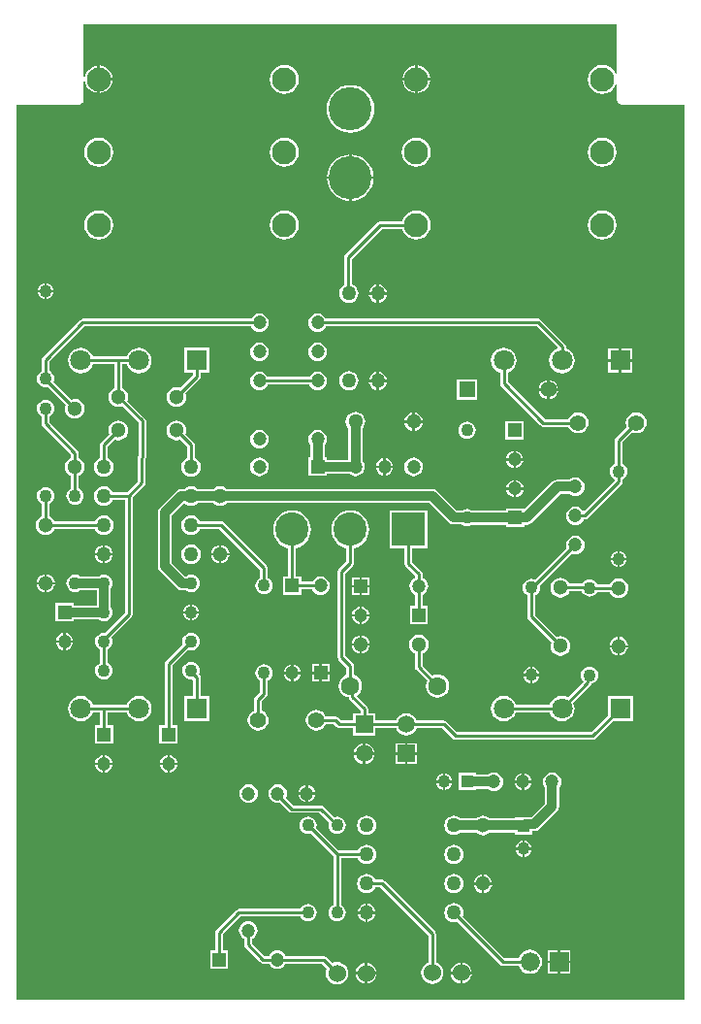
<source format=gbl>
G04*
G04 #@! TF.GenerationSoftware,Altium Limited,Altium Designer,19.0.12 (326)*
G04*
G04 Layer_Physical_Order=2*
G04 Layer_Color=16711680*
%FSLAX25Y25*%
%MOIN*%
G70*
G01*
G75*
%ADD12C,0.01000*%
%ADD42C,0.03200*%
%ADD43C,0.04724*%
%ADD44R,0.04724X0.04724*%
%ADD45C,0.06299*%
%ADD46C,0.04331*%
%ADD47C,0.05512*%
%ADD48C,0.05118*%
%ADD49C,0.05000*%
%ADD50R,0.04331X0.04331*%
%ADD51R,0.04724X0.04724*%
%ADD52C,0.11417*%
%ADD53R,0.11417X0.11417*%
%ADD54R,0.07087X0.07087*%
%ADD55C,0.07087*%
%ADD56C,0.14765*%
%ADD57C,0.08268*%
%ADD58R,0.05906X0.05906*%
%ADD59C,0.05906*%
%ADD60R,0.05512X0.05512*%
%ADD61C,0.06000*%
%ADD62C,0.06600*%
%ADD63R,0.06600X0.06600*%
%ADD64C,0.04725*%
%ADD65R,0.04331X0.04331*%
%ADD66C,0.03000*%
%ADD67C,0.01500*%
G36*
X207936Y319429D02*
X207436Y319330D01*
X207121Y320088D01*
X206330Y321119D01*
X205300Y321910D01*
X204099Y322407D01*
X202812Y322577D01*
X201523Y322407D01*
X200323Y321910D01*
X199293Y321119D01*
X198502Y320088D01*
X198004Y318888D01*
X197835Y317600D01*
X198004Y316312D01*
X198502Y315112D01*
X199293Y314081D01*
X200323Y313290D01*
X201523Y312793D01*
X202812Y312623D01*
X204099Y312793D01*
X205300Y313290D01*
X206330Y314081D01*
X207121Y315112D01*
X207436Y315870D01*
X207936Y315771D01*
Y310500D01*
X208052Y309915D01*
X208384Y309419D01*
X208880Y309087D01*
X209465Y308971D01*
X230971D01*
Y1529D01*
X1529D01*
Y308971D01*
X23000D01*
X23585Y309087D01*
X24081Y309419D01*
X24413Y309915D01*
X24529Y310500D01*
Y316677D01*
X25029Y316710D01*
X25075Y316364D01*
X25552Y315213D01*
X26311Y314224D01*
X27300Y313465D01*
X28451Y312988D01*
X29287Y312878D01*
Y317600D01*
Y322322D01*
X28451Y322212D01*
X27300Y321735D01*
X26311Y320976D01*
X25552Y319987D01*
X25075Y318836D01*
X25029Y318490D01*
X24529Y318523D01*
Y336471D01*
X207936D01*
Y319429D01*
D02*
G37*
%LPC*%
G36*
X139313Y322322D02*
Y318000D01*
X143636D01*
X143526Y318836D01*
X143049Y319987D01*
X142290Y320976D01*
X141301Y321735D01*
X140149Y322212D01*
X139313Y322322D01*
D02*
G37*
G36*
X30087D02*
Y318000D01*
X34409D01*
X34299Y318836D01*
X33822Y319987D01*
X33063Y320976D01*
X32074Y321735D01*
X30923Y322212D01*
X30087Y322322D01*
D02*
G37*
G36*
X138514D02*
X137678Y322212D01*
X136526Y321735D01*
X135537Y320976D01*
X134778Y319987D01*
X134301Y318836D01*
X134191Y318000D01*
X138514D01*
Y322322D01*
D02*
G37*
G36*
X34409Y317200D02*
X30087D01*
Y312878D01*
X30923Y312988D01*
X32074Y313465D01*
X33063Y314224D01*
X33822Y315213D01*
X34299Y316364D01*
X34409Y317200D01*
D02*
G37*
G36*
X143636D02*
X139313D01*
Y312878D01*
X140149Y312988D01*
X141301Y313465D01*
X142290Y314224D01*
X143049Y315213D01*
X143526Y316364D01*
X143636Y317200D01*
D02*
G37*
G36*
X138514D02*
X134191D01*
X134301Y316364D01*
X134778Y315213D01*
X135537Y314224D01*
X136526Y313465D01*
X137678Y312988D01*
X138514Y312878D01*
Y317200D01*
D02*
G37*
G36*
X93585Y322577D02*
X92297Y322407D01*
X91097Y321910D01*
X90066Y321119D01*
X89275Y320088D01*
X88778Y318888D01*
X88608Y317600D01*
X88778Y316312D01*
X89275Y315112D01*
X90066Y314081D01*
X91097Y313290D01*
X92297Y312793D01*
X93585Y312623D01*
X94873Y312793D01*
X96073Y313290D01*
X97104Y314081D01*
X97895Y315112D01*
X98392Y316312D01*
X98562Y317600D01*
X98392Y318888D01*
X97895Y320088D01*
X97104Y321119D01*
X96073Y321910D01*
X94873Y322407D01*
X93585Y322577D01*
D02*
G37*
G36*
X116250Y315622D02*
X114646Y315464D01*
X113104Y314996D01*
X111682Y314236D01*
X110436Y313214D01*
X109414Y311968D01*
X108654Y310546D01*
X108186Y309004D01*
X108028Y307400D01*
X108186Y305796D01*
X108654Y304254D01*
X109414Y302832D01*
X110436Y301586D01*
X111682Y300564D01*
X113104Y299804D01*
X114646Y299336D01*
X116250Y299178D01*
X117854Y299336D01*
X119396Y299804D01*
X120818Y300564D01*
X122064Y301586D01*
X123086Y302832D01*
X123846Y304254D01*
X124314Y305796D01*
X124472Y307400D01*
X124314Y309004D01*
X123846Y310546D01*
X123086Y311968D01*
X122064Y313214D01*
X120818Y314236D01*
X119396Y314996D01*
X117854Y315464D01*
X116250Y315622D01*
D02*
G37*
G36*
X202812Y297577D02*
X201523Y297407D01*
X200323Y296910D01*
X199293Y296119D01*
X198502Y295088D01*
X198004Y293888D01*
X197835Y292600D01*
X198004Y291312D01*
X198502Y290112D01*
X199293Y289081D01*
X200323Y288290D01*
X201523Y287793D01*
X202812Y287623D01*
X204099Y287793D01*
X205300Y288290D01*
X206330Y289081D01*
X207121Y290112D01*
X207618Y291312D01*
X207788Y292600D01*
X207618Y293888D01*
X207121Y295088D01*
X206330Y296119D01*
X205300Y296910D01*
X204099Y297407D01*
X202812Y297577D01*
D02*
G37*
G36*
X138914D02*
X137626Y297407D01*
X136425Y296910D01*
X135395Y296119D01*
X134604Y295088D01*
X134107Y293888D01*
X133937Y292600D01*
X134107Y291312D01*
X134604Y290112D01*
X135395Y289081D01*
X136425Y288290D01*
X137626Y287793D01*
X138914Y287623D01*
X140201Y287793D01*
X141402Y288290D01*
X142432Y289081D01*
X143223Y290112D01*
X143720Y291312D01*
X143890Y292600D01*
X143720Y293888D01*
X143223Y295088D01*
X142432Y296119D01*
X141402Y296910D01*
X140201Y297407D01*
X138914Y297577D01*
D02*
G37*
G36*
X93585D02*
X92297Y297407D01*
X91097Y296910D01*
X90066Y296119D01*
X89275Y295088D01*
X88778Y293888D01*
X88608Y292600D01*
X88778Y291312D01*
X89275Y290112D01*
X90066Y289081D01*
X91097Y288290D01*
X92297Y287793D01*
X93585Y287623D01*
X94873Y287793D01*
X96073Y288290D01*
X97104Y289081D01*
X97895Y290112D01*
X98392Y291312D01*
X98562Y292600D01*
X98392Y293888D01*
X97895Y295088D01*
X97104Y296119D01*
X96073Y296910D01*
X94873Y297407D01*
X93585Y297577D01*
D02*
G37*
G36*
X29687D02*
X28399Y297407D01*
X27199Y296910D01*
X26168Y296119D01*
X25377Y295088D01*
X24880Y293888D01*
X24710Y292600D01*
X24880Y291312D01*
X25377Y290112D01*
X26168Y289081D01*
X27199Y288290D01*
X28399Y287793D01*
X29687Y287623D01*
X30975Y287793D01*
X32175Y288290D01*
X33206Y289081D01*
X33997Y290112D01*
X34494Y291312D01*
X34664Y292600D01*
X34494Y293888D01*
X33997Y295088D01*
X33206Y296119D01*
X32175Y296910D01*
X30975Y297407D01*
X29687Y297577D01*
D02*
G37*
G36*
X116650Y291759D02*
Y284178D01*
X124232D01*
X124117Y285343D01*
X123660Y286847D01*
X122919Y288234D01*
X121922Y289450D01*
X120706Y290447D01*
X119319Y291188D01*
X117815Y291645D01*
X116650Y291759D01*
D02*
G37*
G36*
X115850D02*
X114685Y291645D01*
X113180Y291188D01*
X111794Y290447D01*
X110578Y289450D01*
X109581Y288234D01*
X108840Y286847D01*
X108383Y285343D01*
X108268Y284178D01*
X115850D01*
Y291759D01*
D02*
G37*
G36*
X124232Y283378D02*
X116650D01*
Y275797D01*
X117815Y275911D01*
X119319Y276368D01*
X120706Y277109D01*
X121922Y278106D01*
X122919Y279322D01*
X123660Y280709D01*
X124117Y282213D01*
X124232Y283378D01*
D02*
G37*
G36*
X115850D02*
X108268D01*
X108383Y282213D01*
X108840Y280709D01*
X109581Y279322D01*
X110578Y278106D01*
X111794Y277109D01*
X113180Y276368D01*
X114685Y275911D01*
X115850Y275797D01*
Y283378D01*
D02*
G37*
G36*
X202812Y272577D02*
X201523Y272407D01*
X200323Y271910D01*
X199293Y271119D01*
X198502Y270088D01*
X198004Y268888D01*
X197835Y267600D01*
X198004Y266312D01*
X198502Y265112D01*
X199293Y264081D01*
X200323Y263290D01*
X201523Y262793D01*
X202812Y262623D01*
X204099Y262793D01*
X205300Y263290D01*
X206330Y264081D01*
X207121Y265112D01*
X207618Y266312D01*
X207788Y267600D01*
X207618Y268888D01*
X207121Y270088D01*
X206330Y271119D01*
X205300Y271910D01*
X204099Y272407D01*
X202812Y272577D01*
D02*
G37*
G36*
X138914D02*
X137626Y272407D01*
X136425Y271910D01*
X135395Y271119D01*
X134604Y270088D01*
X134122Y268925D01*
X126600D01*
X126093Y268825D01*
X125663Y268537D01*
X114563Y257437D01*
X114275Y257007D01*
X114174Y256500D01*
Y246951D01*
X114010Y246883D01*
X113321Y246354D01*
X112792Y245664D01*
X112460Y244862D01*
X112346Y244000D01*
X112460Y243139D01*
X112792Y242336D01*
X113321Y241646D01*
X114010Y241118D01*
X114813Y240785D01*
X115674Y240671D01*
X116536Y240785D01*
X117339Y241118D01*
X118028Y241646D01*
X118557Y242336D01*
X118890Y243139D01*
X119003Y244000D01*
X118890Y244862D01*
X118557Y245664D01*
X118028Y246354D01*
X117339Y246883D01*
X116825Y247095D01*
Y255951D01*
X127149Y266274D01*
X134122D01*
X134604Y265112D01*
X135395Y264081D01*
X136425Y263290D01*
X137626Y262793D01*
X138914Y262623D01*
X140201Y262793D01*
X141402Y263290D01*
X142432Y264081D01*
X143223Y265112D01*
X143720Y266312D01*
X143890Y267600D01*
X143720Y268888D01*
X143223Y270088D01*
X142432Y271119D01*
X141402Y271910D01*
X140201Y272407D01*
X138914Y272577D01*
D02*
G37*
G36*
X93585D02*
X92297Y272407D01*
X91097Y271910D01*
X90066Y271119D01*
X89275Y270088D01*
X88778Y268888D01*
X88608Y267600D01*
X88778Y266312D01*
X89275Y265112D01*
X90066Y264081D01*
X91097Y263290D01*
X92297Y262793D01*
X93585Y262623D01*
X94873Y262793D01*
X96073Y263290D01*
X97104Y264081D01*
X97895Y265112D01*
X98392Y266312D01*
X98562Y267600D01*
X98392Y268888D01*
X97895Y270088D01*
X97104Y271119D01*
X96073Y271910D01*
X94873Y272407D01*
X93585Y272577D01*
D02*
G37*
G36*
X29687D02*
X28399Y272407D01*
X27199Y271910D01*
X26168Y271119D01*
X25377Y270088D01*
X24880Y268888D01*
X24710Y267600D01*
X24880Y266312D01*
X25377Y265112D01*
X26168Y264081D01*
X27199Y263290D01*
X28399Y262793D01*
X29687Y262623D01*
X30975Y262793D01*
X32175Y263290D01*
X33206Y264081D01*
X33997Y265112D01*
X34494Y266312D01*
X34664Y267600D01*
X34494Y268888D01*
X33997Y270088D01*
X33206Y271119D01*
X32175Y271910D01*
X30975Y272407D01*
X29687Y272577D01*
D02*
G37*
G36*
X11900Y247537D02*
Y245200D01*
X14237D01*
X14194Y245522D01*
X13916Y246195D01*
X13472Y246772D01*
X12895Y247216D01*
X12222Y247494D01*
X11900Y247537D01*
D02*
G37*
G36*
X11100D02*
X10778Y247494D01*
X10105Y247216D01*
X9528Y246772D01*
X9084Y246195D01*
X8806Y245522D01*
X8763Y245200D01*
X11100D01*
Y247537D01*
D02*
G37*
G36*
X126075Y247074D02*
Y244400D01*
X128749D01*
X128695Y244809D01*
X128382Y245563D01*
X127885Y246211D01*
X127238Y246708D01*
X126484Y247020D01*
X126075Y247074D01*
D02*
G37*
G36*
X125275D02*
X124865Y247020D01*
X124111Y246708D01*
X123464Y246211D01*
X122967Y245563D01*
X122654Y244809D01*
X122600Y244400D01*
X125275D01*
Y247074D01*
D02*
G37*
G36*
X14237Y244400D02*
X11900D01*
Y242063D01*
X12222Y242106D01*
X12895Y242384D01*
X13472Y242828D01*
X13916Y243405D01*
X14194Y244078D01*
X14237Y244400D01*
D02*
G37*
G36*
X11100D02*
X8763D01*
X8806Y244078D01*
X9084Y243405D01*
X9528Y242828D01*
X10105Y242384D01*
X10778Y242106D01*
X11100Y242063D01*
Y244400D01*
D02*
G37*
G36*
X128749Y243600D02*
X126075D01*
Y240926D01*
X126484Y240980D01*
X127238Y241292D01*
X127885Y241789D01*
X128382Y242437D01*
X128695Y243191D01*
X128749Y243600D01*
D02*
G37*
G36*
X125275D02*
X122600D01*
X122654Y243191D01*
X122967Y242437D01*
X123464Y241789D01*
X124111Y241292D01*
X124865Y240980D01*
X125275Y240926D01*
Y243600D01*
D02*
G37*
G36*
X85000Y237190D02*
X84174Y237081D01*
X83405Y236762D01*
X82744Y236256D01*
X82238Y235595D01*
X82126Y235326D01*
X24262D01*
X23755Y235225D01*
X23325Y234937D01*
X10563Y222175D01*
X10275Y221745D01*
X10175Y221238D01*
Y217461D01*
X10005Y217390D01*
X9385Y216915D01*
X8910Y216296D01*
X8611Y215574D01*
X8509Y214800D01*
X8611Y214026D01*
X8910Y213304D01*
X9385Y212685D01*
X10005Y212210D01*
X10726Y211911D01*
X11500Y211809D01*
X12267Y211910D01*
X18431Y205745D01*
X18279Y205377D01*
X18163Y204500D01*
X18279Y203623D01*
X18617Y202806D01*
X19155Y202104D01*
X19857Y201566D01*
X20674Y201227D01*
X21551Y201112D01*
X22428Y201227D01*
X23245Y201566D01*
X23947Y202104D01*
X24485Y202806D01*
X24824Y203623D01*
X24939Y204500D01*
X24824Y205377D01*
X24485Y206194D01*
X23947Y206896D01*
X23245Y207434D01*
X22428Y207772D01*
X21551Y207888D01*
X20674Y207772D01*
X20306Y207620D01*
X14246Y213680D01*
X14389Y214026D01*
X14491Y214800D01*
X14389Y215574D01*
X14090Y216296D01*
X13615Y216915D01*
X12995Y217390D01*
X12825Y217461D01*
Y220689D01*
X24812Y232675D01*
X82126D01*
X82238Y232405D01*
X82744Y231745D01*
X83405Y231238D01*
X84174Y230919D01*
X85000Y230810D01*
X85826Y230919D01*
X86595Y231238D01*
X87256Y231745D01*
X87762Y232405D01*
X88081Y233174D01*
X88190Y234000D01*
X88081Y234826D01*
X87762Y235595D01*
X87256Y236256D01*
X86595Y236762D01*
X85826Y237081D01*
X85000Y237190D01*
D02*
G37*
G36*
X43525Y225407D02*
X42392Y225257D01*
X41335Y224819D01*
X40428Y224123D01*
X39731Y223216D01*
X39373Y222351D01*
X27678D01*
X27319Y223216D01*
X26623Y224123D01*
X25716Y224819D01*
X24659Y225257D01*
X23526Y225407D01*
X22392Y225257D01*
X21335Y224819D01*
X20428Y224123D01*
X19732Y223216D01*
X19294Y222159D01*
X19144Y221025D01*
X19294Y219892D01*
X19732Y218835D01*
X20428Y217928D01*
X21335Y217231D01*
X22392Y216794D01*
X23526Y216645D01*
X24659Y216794D01*
X25716Y217231D01*
X26623Y217928D01*
X27319Y218835D01*
X27678Y219700D01*
X35175D01*
Y211587D01*
X34806Y211434D01*
X34104Y210896D01*
X33566Y210194D01*
X33228Y209377D01*
X33112Y208500D01*
X33228Y207623D01*
X33566Y206806D01*
X34104Y206104D01*
X34806Y205566D01*
X35623Y205227D01*
X36500Y205112D01*
X37377Y205227D01*
X37745Y205380D01*
X43334Y199792D01*
Y188095D01*
X43275Y188007D01*
X43174Y187500D01*
Y179549D01*
X39451Y175826D01*
X34523D01*
X34383Y176164D01*
X33854Y176854D01*
X33164Y177383D01*
X32362Y177715D01*
X31500Y177829D01*
X30639Y177715D01*
X29836Y177383D01*
X29146Y176854D01*
X28618Y176164D01*
X28285Y175362D01*
X28172Y174500D01*
X28285Y173638D01*
X28618Y172836D01*
X29146Y172146D01*
X29836Y171617D01*
X30639Y171285D01*
X31500Y171171D01*
X32362Y171285D01*
X33164Y171617D01*
X33854Y172146D01*
X34383Y172836D01*
X34523Y173175D01*
X38675D01*
Y134275D01*
X31845Y127446D01*
X31500Y127491D01*
X30726Y127389D01*
X30005Y127090D01*
X29385Y126615D01*
X28910Y125996D01*
X28611Y125274D01*
X28509Y124500D01*
X28611Y123726D01*
X28910Y123004D01*
X29385Y122385D01*
X30005Y121910D01*
X30174Y121839D01*
Y117161D01*
X30005Y117090D01*
X29385Y116615D01*
X28910Y115996D01*
X28611Y115274D01*
X28509Y114500D01*
X28611Y113726D01*
X28910Y113005D01*
X29385Y112385D01*
X30005Y111910D01*
X30726Y111611D01*
X31500Y111509D01*
X32274Y111611D01*
X32996Y111910D01*
X33615Y112385D01*
X34090Y113005D01*
X34389Y113726D01*
X34491Y114500D01*
X34389Y115274D01*
X34090Y115996D01*
X33615Y116615D01*
X32996Y117090D01*
X32825Y117161D01*
Y121839D01*
X32996Y121910D01*
X33615Y122385D01*
X34090Y123004D01*
X34389Y123726D01*
X34491Y124500D01*
X34389Y125274D01*
X34106Y125958D01*
X40937Y132789D01*
X41225Y133219D01*
X41326Y133726D01*
Y173951D01*
X45437Y178063D01*
X45725Y178493D01*
X45825Y179000D01*
Y187065D01*
X45884Y187152D01*
X45985Y187659D01*
Y200341D01*
X45884Y200848D01*
X45597Y201278D01*
X39620Y207255D01*
X39772Y207623D01*
X39888Y208500D01*
X39772Y209377D01*
X39434Y210194D01*
X38896Y210896D01*
X38194Y211434D01*
X37826Y211587D01*
Y219700D01*
X39373D01*
X39731Y218835D01*
X40428Y217928D01*
X41335Y217231D01*
X42392Y216794D01*
X43525Y216645D01*
X44659Y216794D01*
X45716Y217231D01*
X46623Y217928D01*
X47319Y218835D01*
X47757Y219892D01*
X47907Y221025D01*
X47757Y222159D01*
X47319Y223216D01*
X46623Y224123D01*
X45716Y224819D01*
X44659Y225257D01*
X43525Y225407D01*
D02*
G37*
G36*
X213143Y225144D02*
X209400D01*
Y221400D01*
X213143D01*
Y225144D01*
D02*
G37*
G36*
X208600D02*
X204856D01*
Y221400D01*
X208600D01*
Y225144D01*
D02*
G37*
G36*
X105000Y227190D02*
X104174Y227081D01*
X103405Y226762D01*
X102744Y226255D01*
X102238Y225595D01*
X101919Y224826D01*
X101810Y224000D01*
X101919Y223174D01*
X102238Y222405D01*
X102744Y221744D01*
X103405Y221238D01*
X104174Y220919D01*
X105000Y220810D01*
X105826Y220919D01*
X106595Y221238D01*
X107255Y221744D01*
X107762Y222405D01*
X108081Y223174D01*
X108190Y224000D01*
X108081Y224826D01*
X107762Y225595D01*
X107255Y226255D01*
X106595Y226762D01*
X105826Y227081D01*
X105000Y227190D01*
D02*
G37*
G36*
X85000D02*
X84174Y227081D01*
X83405Y226762D01*
X82744Y226255D01*
X82238Y225595D01*
X81919Y224826D01*
X81810Y224000D01*
X81919Y223174D01*
X82238Y222405D01*
X82744Y221744D01*
X83405Y221238D01*
X84174Y220919D01*
X85000Y220810D01*
X85826Y220919D01*
X86595Y221238D01*
X87256Y221744D01*
X87762Y222405D01*
X88081Y223174D01*
X88190Y224000D01*
X88081Y224826D01*
X87762Y225595D01*
X87256Y226255D01*
X86595Y226762D01*
X85826Y227081D01*
X85000Y227190D01*
D02*
G37*
G36*
X213143Y220600D02*
X209400D01*
Y216857D01*
X213143D01*
Y220600D01*
D02*
G37*
G36*
X208600D02*
X204856D01*
Y216857D01*
X208600D01*
Y220600D01*
D02*
G37*
G36*
X105000Y237190D02*
X104174Y237081D01*
X103405Y236762D01*
X102744Y236256D01*
X102238Y235595D01*
X101919Y234826D01*
X101810Y234000D01*
X101919Y233174D01*
X102238Y232405D01*
X102744Y231745D01*
X103405Y231238D01*
X104174Y230919D01*
X105000Y230810D01*
X105826Y230919D01*
X106595Y231238D01*
X107255Y231745D01*
X107762Y232405D01*
X107874Y232675D01*
X180377D01*
X187451Y225601D01*
X187342Y225014D01*
X186810Y224794D01*
X185902Y224098D01*
X185206Y223190D01*
X184768Y222134D01*
X184619Y221000D01*
X184768Y219866D01*
X185206Y218810D01*
X185902Y217902D01*
X186810Y217206D01*
X187866Y216768D01*
X189000Y216619D01*
X190134Y216768D01*
X191191Y217206D01*
X192098Y217902D01*
X192794Y218810D01*
X193232Y219866D01*
X193381Y221000D01*
X193232Y222134D01*
X192794Y223190D01*
X192098Y224098D01*
X191191Y224794D01*
X190325Y225152D01*
Y225926D01*
X190225Y226433D01*
X189937Y226863D01*
X181863Y234937D01*
X181433Y235225D01*
X180926Y235326D01*
X107874D01*
X107762Y235595D01*
X107255Y236256D01*
X106595Y236762D01*
X105826Y237081D01*
X105000Y237190D01*
D02*
G37*
G36*
Y217190D02*
X104174Y217081D01*
X103405Y216762D01*
X102744Y216255D01*
X102238Y215595D01*
X102126Y215325D01*
X87874D01*
X87762Y215595D01*
X87256Y216255D01*
X86595Y216762D01*
X85826Y217081D01*
X85000Y217190D01*
X84174Y217081D01*
X83405Y216762D01*
X82744Y216255D01*
X82238Y215595D01*
X81919Y214826D01*
X81810Y214000D01*
X81919Y213174D01*
X82238Y212405D01*
X82744Y211744D01*
X83405Y211238D01*
X84174Y210919D01*
X85000Y210810D01*
X85826Y210919D01*
X86595Y211238D01*
X87256Y211744D01*
X87762Y212405D01*
X87874Y212674D01*
X102126D01*
X102238Y212405D01*
X102744Y211744D01*
X103405Y211238D01*
X104174Y210919D01*
X105000Y210810D01*
X105826Y210919D01*
X106595Y211238D01*
X107255Y211744D01*
X107762Y212405D01*
X108081Y213174D01*
X108190Y214000D01*
X108081Y214826D01*
X107762Y215595D01*
X107255Y216255D01*
X106595Y216762D01*
X105826Y217081D01*
X105000Y217190D01*
D02*
G37*
G36*
X126075Y217074D02*
Y214400D01*
X128749D01*
X128695Y214809D01*
X128382Y215563D01*
X127885Y216211D01*
X127238Y216708D01*
X126484Y217020D01*
X126075Y217074D01*
D02*
G37*
G36*
X125275D02*
X124865Y217020D01*
X124111Y216708D01*
X123464Y216211D01*
X122967Y215563D01*
X122654Y214809D01*
X122600Y214400D01*
X125275D01*
Y217074D01*
D02*
G37*
G36*
X67869Y225369D02*
X59182D01*
Y216682D01*
X62200D01*
Y216074D01*
X57745Y211620D01*
X57377Y211772D01*
X56500Y211888D01*
X55623Y211772D01*
X54806Y211434D01*
X54104Y210896D01*
X53566Y210194D01*
X53228Y209377D01*
X53112Y208500D01*
X53228Y207623D01*
X53566Y206806D01*
X54104Y206104D01*
X54806Y205566D01*
X55623Y205227D01*
X56500Y205112D01*
X57377Y205227D01*
X58194Y205566D01*
X58896Y206104D01*
X59434Y206806D01*
X59772Y207623D01*
X59888Y208500D01*
X59772Y209377D01*
X59620Y209745D01*
X64463Y214588D01*
X64750Y215018D01*
X64851Y215526D01*
Y216682D01*
X67869D01*
Y225369D01*
D02*
G37*
G36*
X184734Y214332D02*
Y211400D01*
X187666D01*
X187603Y211876D01*
X187265Y212692D01*
X186727Y213393D01*
X186026Y213931D01*
X185210Y214270D01*
X184734Y214332D01*
D02*
G37*
G36*
X183934D02*
X183458Y214270D01*
X182641Y213931D01*
X181940Y213393D01*
X181402Y212692D01*
X181064Y211876D01*
X181002Y211400D01*
X183934D01*
Y214332D01*
D02*
G37*
G36*
X128749Y213600D02*
X126075D01*
Y210926D01*
X126484Y210980D01*
X127238Y211292D01*
X127885Y211789D01*
X128382Y212437D01*
X128695Y213191D01*
X128749Y213600D01*
D02*
G37*
G36*
X125275D02*
X122600D01*
X122654Y213191D01*
X122967Y212437D01*
X123464Y211789D01*
X124111Y211292D01*
X124865Y210980D01*
X125275Y210926D01*
Y213600D01*
D02*
G37*
G36*
X115674Y217329D02*
X114813Y217215D01*
X114010Y216882D01*
X113321Y216354D01*
X112792Y215664D01*
X112460Y214861D01*
X112346Y214000D01*
X112460Y213139D01*
X112792Y212336D01*
X113321Y211646D01*
X114010Y211118D01*
X114813Y210785D01*
X115674Y210671D01*
X116536Y210785D01*
X117339Y211118D01*
X118028Y211646D01*
X118557Y212336D01*
X118890Y213139D01*
X119003Y214000D01*
X118890Y214861D01*
X118557Y215664D01*
X118028Y216354D01*
X117339Y216882D01*
X116536Y217215D01*
X115674Y217329D01*
D02*
G37*
G36*
X187666Y210600D02*
X184734D01*
Y207668D01*
X185210Y207730D01*
X186026Y208068D01*
X186727Y208607D01*
X187265Y209308D01*
X187603Y210124D01*
X187666Y210600D01*
D02*
G37*
G36*
X183934D02*
X181002D01*
X181064Y210124D01*
X181402Y209308D01*
X181940Y208607D01*
X182641Y208068D01*
X183458Y207730D01*
X183934Y207668D01*
Y210600D01*
D02*
G37*
G36*
X159890Y214556D02*
X152778D01*
Y207444D01*
X159890D01*
Y214556D01*
D02*
G37*
G36*
X138400Y203143D02*
Y200410D01*
X141134D01*
X141078Y200834D01*
X140759Y201603D01*
X140253Y202263D01*
X139593Y202769D01*
X138825Y203087D01*
X138400Y203143D01*
D02*
G37*
G36*
X137600D02*
X137175Y203087D01*
X136407Y202769D01*
X135747Y202263D01*
X135241Y201603D01*
X134922Y200834D01*
X134866Y200410D01*
X137600D01*
Y203143D01*
D02*
G37*
G36*
X141134Y199610D02*
X138400D01*
Y196876D01*
X138825Y196932D01*
X139593Y197250D01*
X140253Y197757D01*
X140759Y198417D01*
X141078Y199185D01*
X141134Y199610D01*
D02*
G37*
G36*
X137600D02*
X134866D01*
X134922Y199185D01*
X135241Y198417D01*
X135747Y197757D01*
X136407Y197250D01*
X137175Y196932D01*
X137600Y196876D01*
Y199610D01*
D02*
G37*
G36*
X214500Y203187D02*
X213572Y203064D01*
X212707Y202706D01*
X211964Y202136D01*
X211394Y201393D01*
X211035Y200528D01*
X210913Y199600D01*
X211035Y198672D01*
X211229Y198204D01*
X207563Y194537D01*
X207275Y194107D01*
X207174Y193600D01*
Y185561D01*
X207004Y185490D01*
X206385Y185015D01*
X205910Y184396D01*
X205611Y183674D01*
X205509Y182900D01*
X205611Y182126D01*
X205910Y181404D01*
X206385Y180785D01*
X206928Y180368D01*
X206992Y180022D01*
X206982Y179778D01*
X196770Y169566D01*
X196119Y169622D01*
X195855Y169966D01*
X195195Y170473D01*
X194425Y170791D01*
X193600Y170900D01*
X192774Y170791D01*
X192005Y170473D01*
X191345Y169966D01*
X190838Y169305D01*
X190519Y168536D01*
X190411Y167711D01*
X190519Y166885D01*
X190838Y166116D01*
X191345Y165456D01*
X192005Y164949D01*
X192774Y164630D01*
X193600Y164521D01*
X194425Y164630D01*
X195195Y164949D01*
X195855Y165456D01*
X196362Y166116D01*
X196474Y166385D01*
X196789D01*
X197297Y166486D01*
X197727Y166773D01*
X209437Y178484D01*
X209725Y178914D01*
X209825Y179421D01*
Y180239D01*
X209996Y180310D01*
X210615Y180785D01*
X211090Y181404D01*
X211389Y182126D01*
X211491Y182900D01*
X211389Y183674D01*
X211090Y184396D01*
X210615Y185015D01*
X209996Y185490D01*
X209825Y185561D01*
Y193051D01*
X213104Y196329D01*
X213572Y196135D01*
X214500Y196013D01*
X215428Y196135D01*
X216293Y196494D01*
X217036Y197064D01*
X217606Y197807D01*
X217965Y198672D01*
X218087Y199600D01*
X217965Y200528D01*
X217606Y201393D01*
X217036Y202136D01*
X216293Y202706D01*
X215428Y203064D01*
X214500Y203187D01*
D02*
G37*
G36*
X169000Y225381D02*
X167866Y225232D01*
X166809Y224794D01*
X165902Y224098D01*
X165206Y223190D01*
X164768Y222134D01*
X164619Y221000D01*
X164768Y219866D01*
X165206Y218810D01*
X165902Y217902D01*
X166809Y217206D01*
X167675Y216848D01*
Y213110D01*
X167775Y212602D01*
X168063Y212173D01*
X181572Y198663D01*
X182002Y198375D01*
X182510Y198275D01*
X191200D01*
X191394Y197807D01*
X191964Y197064D01*
X192707Y196494D01*
X193572Y196135D01*
X194500Y196013D01*
X195428Y196135D01*
X196293Y196494D01*
X197036Y197064D01*
X197606Y197807D01*
X197965Y198672D01*
X198087Y199600D01*
X197965Y200528D01*
X197606Y201393D01*
X197036Y202136D01*
X196293Y202706D01*
X195428Y203064D01*
X194500Y203187D01*
X193572Y203064D01*
X192707Y202706D01*
X191964Y202136D01*
X191394Y201393D01*
X191200Y200925D01*
X183059D01*
X170326Y213659D01*
Y216848D01*
X171191Y217206D01*
X172098Y217902D01*
X172794Y218810D01*
X173232Y219866D01*
X173381Y221000D01*
X173232Y222134D01*
X172794Y223190D01*
X172098Y224098D01*
X171191Y224794D01*
X170134Y225232D01*
X169000Y225381D01*
D02*
G37*
G36*
X156302Y199991D02*
X155528Y199889D01*
X154806Y199590D01*
X154187Y199115D01*
X153712Y198496D01*
X153413Y197774D01*
X153311Y197000D01*
X153413Y196226D01*
X153712Y195504D01*
X154187Y194885D01*
X154806Y194410D01*
X155528Y194111D01*
X156302Y194009D01*
X157076Y194111D01*
X157798Y194410D01*
X158417Y194885D01*
X158892Y195504D01*
X159191Y196226D01*
X159293Y197000D01*
X159191Y197774D01*
X158892Y198496D01*
X158417Y199115D01*
X157798Y199590D01*
X157076Y199889D01*
X156302Y199991D01*
D02*
G37*
G36*
X175862Y200162D02*
X169538D01*
Y193838D01*
X175862D01*
Y200162D01*
D02*
G37*
G36*
X36500Y200388D02*
X35623Y200272D01*
X34806Y199934D01*
X34104Y199396D01*
X33566Y198694D01*
X33228Y197877D01*
X33112Y197000D01*
X33228Y196123D01*
X33380Y195755D01*
X30563Y192937D01*
X30275Y192507D01*
X30174Y192000D01*
Y187523D01*
X29836Y187382D01*
X29146Y186854D01*
X28618Y186164D01*
X28285Y185362D01*
X28172Y184500D01*
X28285Y183639D01*
X28618Y182836D01*
X29146Y182146D01*
X29836Y181617D01*
X30639Y181285D01*
X31500Y181172D01*
X32362Y181285D01*
X33164Y181617D01*
X33854Y182146D01*
X34383Y182836D01*
X34715Y183639D01*
X34828Y184500D01*
X34715Y185362D01*
X34383Y186164D01*
X33854Y186854D01*
X33164Y187382D01*
X32825Y187523D01*
Y191451D01*
X35255Y193880D01*
X35623Y193728D01*
X36500Y193612D01*
X37377Y193728D01*
X38194Y194066D01*
X38896Y194604D01*
X39434Y195306D01*
X39772Y196123D01*
X39888Y197000D01*
X39772Y197877D01*
X39434Y198694D01*
X38896Y199396D01*
X38194Y199934D01*
X37377Y200272D01*
X36500Y200388D01*
D02*
G37*
G36*
X85000Y197190D02*
X84174Y197081D01*
X83405Y196762D01*
X82744Y196256D01*
X82238Y195595D01*
X81919Y194826D01*
X81810Y194000D01*
X81919Y193174D01*
X82238Y192405D01*
X82744Y191744D01*
X83405Y191238D01*
X84174Y190919D01*
X85000Y190810D01*
X85826Y190919D01*
X86595Y191238D01*
X87256Y191744D01*
X87762Y192405D01*
X88081Y193174D01*
X88190Y194000D01*
X88081Y194826D01*
X87762Y195595D01*
X87256Y196256D01*
X86595Y196762D01*
X85826Y197081D01*
X85000Y197190D01*
D02*
G37*
G36*
X173100Y189935D02*
Y187400D01*
X175635D01*
X175586Y187773D01*
X175287Y188494D01*
X174812Y189112D01*
X174194Y189587D01*
X173473Y189886D01*
X173100Y189935D01*
D02*
G37*
G36*
X172300D02*
X171927Y189886D01*
X171206Y189587D01*
X170588Y189112D01*
X170113Y188494D01*
X169814Y187773D01*
X169765Y187400D01*
X172300D01*
Y189935D01*
D02*
G37*
G36*
X118000Y203398D02*
X117123Y203282D01*
X116306Y202944D01*
X115604Y202405D01*
X115066Y201704D01*
X114727Y200887D01*
X114612Y200010D01*
X114727Y199133D01*
X115066Y198316D01*
X115553Y197681D01*
Y186947D01*
X108162D01*
Y187662D01*
X107447D01*
Y191994D01*
X107762Y192405D01*
X108081Y193174D01*
X108190Y194000D01*
X108081Y194826D01*
X107762Y195595D01*
X107255Y196256D01*
X106595Y196762D01*
X105826Y197081D01*
X105000Y197190D01*
X104174Y197081D01*
X103405Y196762D01*
X102744Y196256D01*
X102238Y195595D01*
X101919Y194826D01*
X101810Y194000D01*
X101919Y193174D01*
X102238Y192405D01*
X102553Y191994D01*
Y187662D01*
X101838D01*
Y181338D01*
X108162D01*
Y182053D01*
X115995D01*
X116405Y181738D01*
X117174Y181419D01*
X118000Y181311D01*
X118825Y181419D01*
X119595Y181738D01*
X120255Y182245D01*
X120762Y182905D01*
X121081Y183675D01*
X121189Y184500D01*
X121081Y185326D01*
X120762Y186095D01*
X120447Y186505D01*
Y197681D01*
X120934Y198316D01*
X121273Y199133D01*
X121388Y200010D01*
X121273Y200887D01*
X120934Y201704D01*
X120396Y202405D01*
X119694Y202944D01*
X118877Y203282D01*
X118000Y203398D01*
D02*
G37*
G36*
X128400Y187435D02*
Y184900D01*
X130935D01*
X130886Y185273D01*
X130587Y185994D01*
X130113Y186612D01*
X129494Y187087D01*
X128773Y187386D01*
X128400Y187435D01*
D02*
G37*
G36*
X127600D02*
X127227Y187386D01*
X126506Y187087D01*
X125888Y186612D01*
X125413Y185994D01*
X125114Y185273D01*
X125065Y184900D01*
X127600D01*
Y187435D01*
D02*
G37*
G36*
X175635Y186600D02*
X173100D01*
Y184065D01*
X173473Y184114D01*
X174194Y184413D01*
X174812Y184888D01*
X175287Y185506D01*
X175586Y186227D01*
X175635Y186600D01*
D02*
G37*
G36*
X172300D02*
X169765D01*
X169814Y186227D01*
X170113Y185506D01*
X170588Y184888D01*
X171206Y184413D01*
X171927Y184114D01*
X172300Y184065D01*
Y186600D01*
D02*
G37*
G36*
X130935Y184100D02*
X128400D01*
Y181565D01*
X128773Y181614D01*
X129494Y181913D01*
X130113Y182387D01*
X130587Y183006D01*
X130886Y183727D01*
X130935Y184100D01*
D02*
G37*
G36*
X127600D02*
X125065D01*
X125114Y183727D01*
X125413Y183006D01*
X125888Y182387D01*
X126506Y181913D01*
X127227Y181614D01*
X127600Y181565D01*
Y184100D01*
D02*
G37*
G36*
X138000Y187689D02*
X137174Y187581D01*
X136405Y187262D01*
X135745Y186755D01*
X135238Y186095D01*
X134919Y185326D01*
X134811Y184500D01*
X134919Y183675D01*
X135238Y182905D01*
X135745Y182245D01*
X136405Y181738D01*
X137174Y181419D01*
X138000Y181311D01*
X138826Y181419D01*
X139595Y181738D01*
X140255Y182245D01*
X140762Y182905D01*
X141081Y183675D01*
X141189Y184500D01*
X141081Y185326D01*
X140762Y186095D01*
X140255Y186755D01*
X139595Y187262D01*
X138826Y187581D01*
X138000Y187689D01*
D02*
G37*
G36*
X85000D02*
X84175Y187581D01*
X83405Y187262D01*
X82745Y186755D01*
X82238Y186095D01*
X81919Y185326D01*
X81811Y184500D01*
X81919Y183675D01*
X82238Y182905D01*
X82745Y182245D01*
X83405Y181738D01*
X84175Y181419D01*
X85000Y181311D01*
X85826Y181419D01*
X86595Y181738D01*
X87255Y182245D01*
X87762Y182905D01*
X88081Y183675D01*
X88189Y184500D01*
X88081Y185326D01*
X87762Y186095D01*
X87255Y186755D01*
X86595Y187262D01*
X85826Y187581D01*
X85000Y187689D01*
D02*
G37*
G36*
X56500Y200388D02*
X55623Y200272D01*
X54806Y199934D01*
X54104Y199396D01*
X53566Y198694D01*
X53228Y197877D01*
X53112Y197000D01*
X53228Y196123D01*
X53566Y195306D01*
X54104Y194604D01*
X54806Y194066D01*
X55623Y193728D01*
X56500Y193612D01*
X57377Y193728D01*
X57745Y193880D01*
X60175Y191451D01*
Y187523D01*
X59836Y187382D01*
X59146Y186854D01*
X58617Y186164D01*
X58285Y185362D01*
X58171Y184500D01*
X58285Y183639D01*
X58617Y182836D01*
X59146Y182146D01*
X59836Y181617D01*
X60638Y181285D01*
X61500Y181172D01*
X62362Y181285D01*
X63164Y181617D01*
X63854Y182146D01*
X64383Y182836D01*
X64715Y183639D01*
X64828Y184500D01*
X64715Y185362D01*
X64383Y186164D01*
X63854Y186854D01*
X63164Y187382D01*
X62826Y187523D01*
Y192000D01*
X62725Y192507D01*
X62437Y192937D01*
X59620Y195755D01*
X59772Y196123D01*
X59888Y197000D01*
X59772Y197877D01*
X59434Y198694D01*
X58896Y199396D01*
X58194Y199934D01*
X57377Y200272D01*
X56500Y200388D01*
D02*
G37*
G36*
X173202Y179935D02*
Y177400D01*
X175737D01*
X175688Y177773D01*
X175389Y178494D01*
X174915Y179113D01*
X174296Y179587D01*
X173575Y179886D01*
X173202Y179935D01*
D02*
G37*
G36*
X172402D02*
X172029Y179886D01*
X171308Y179587D01*
X170689Y179113D01*
X170215Y178494D01*
X169916Y177773D01*
X169867Y177400D01*
X172402D01*
Y179935D01*
D02*
G37*
G36*
X175737Y176600D02*
X173202D01*
Y174065D01*
X173575Y174114D01*
X174296Y174413D01*
X174915Y174888D01*
X175389Y175506D01*
X175688Y176227D01*
X175737Y176600D01*
D02*
G37*
G36*
X172402D02*
X169867D01*
X169916Y176227D01*
X170215Y175506D01*
X170689Y174888D01*
X171308Y174413D01*
X172029Y174114D01*
X172402Y174065D01*
Y176600D01*
D02*
G37*
G36*
X11500Y207491D02*
X10726Y207389D01*
X10005Y207090D01*
X9385Y206615D01*
X8910Y205995D01*
X8611Y205274D01*
X8509Y204500D01*
X8611Y203726D01*
X8910Y203005D01*
X9385Y202385D01*
X10005Y201910D01*
X10175Y201839D01*
Y199335D01*
X10275Y198828D01*
X10563Y198398D01*
X20225Y188735D01*
Y187587D01*
X19857Y187434D01*
X19155Y186896D01*
X18617Y186194D01*
X18279Y185377D01*
X18163Y184500D01*
X18279Y183623D01*
X18617Y182806D01*
X19155Y182104D01*
X19857Y181566D01*
X20225Y181413D01*
Y177161D01*
X20055Y177090D01*
X19436Y176615D01*
X18961Y175996D01*
X18662Y175274D01*
X18560Y174500D01*
X18662Y173726D01*
X18961Y173004D01*
X19436Y172385D01*
X20055Y171910D01*
X20777Y171611D01*
X21551Y171509D01*
X22325Y171611D01*
X23046Y171910D01*
X23666Y172385D01*
X24141Y173004D01*
X24440Y173726D01*
X24542Y174500D01*
X24440Y175274D01*
X24141Y175996D01*
X23666Y176615D01*
X23046Y177090D01*
X22876Y177161D01*
Y181413D01*
X23245Y181566D01*
X23947Y182104D01*
X24485Y182806D01*
X24824Y183623D01*
X24939Y184500D01*
X24824Y185377D01*
X24485Y186194D01*
X23947Y186896D01*
X23245Y187434D01*
X22876Y187587D01*
Y189284D01*
X22776Y189791D01*
X22488Y190221D01*
X12825Y199884D01*
Y201839D01*
X12995Y201910D01*
X13615Y202385D01*
X14090Y203005D01*
X14389Y203726D01*
X14491Y204500D01*
X14389Y205274D01*
X14090Y205995D01*
X13615Y206615D01*
X12995Y207090D01*
X12274Y207389D01*
X11500Y207491D01*
D02*
G37*
G36*
X193600Y180900D02*
X192774Y180791D01*
X192005Y180473D01*
X191595Y180158D01*
X187411D01*
X186474Y179972D01*
X185680Y179441D01*
X176273Y170034D01*
X175964Y170162D01*
Y170162D01*
X169640D01*
Y169447D01*
X157984D01*
X157798Y169590D01*
X157076Y169889D01*
X156302Y169991D01*
X155528Y169889D01*
X154806Y169590D01*
X154782Y169571D01*
X152718D01*
X146059Y176230D01*
X145265Y176761D01*
X144328Y176947D01*
X73829D01*
X73194Y177434D01*
X72377Y177772D01*
X71500Y177888D01*
X70623Y177772D01*
X69806Y177434D01*
X69171Y176947D01*
X63732D01*
X63164Y177383D01*
X62362Y177715D01*
X61500Y177829D01*
X60638Y177715D01*
X59836Y177383D01*
X59268Y176947D01*
X58171D01*
X57235Y176761D01*
X56441Y176230D01*
X50770Y170559D01*
X50239Y169765D01*
X50053Y168828D01*
Y150509D01*
X50239Y149573D01*
X50770Y148779D01*
X56779Y142770D01*
X57573Y142239D01*
X58509Y142053D01*
X59818D01*
X60005Y141910D01*
X60726Y141611D01*
X61500Y141509D01*
X62274Y141611D01*
X62995Y141910D01*
X63615Y142385D01*
X64090Y143005D01*
X64389Y143726D01*
X64491Y144500D01*
X64389Y145274D01*
X64090Y145995D01*
X63615Y146615D01*
X62995Y147090D01*
X62274Y147389D01*
X61500Y147491D01*
X60726Y147389D01*
X60005Y147090D01*
X59818Y146947D01*
X59522D01*
X54947Y151523D01*
Y167815D01*
X59185Y172053D01*
X59268D01*
X59836Y171617D01*
X60638Y171285D01*
X61500Y171171D01*
X62362Y171285D01*
X63164Y171617D01*
X63732Y172053D01*
X69171D01*
X69806Y171566D01*
X70623Y171228D01*
X71500Y171112D01*
X72377Y171228D01*
X73194Y171566D01*
X73829Y172053D01*
X143315D01*
X149974Y165394D01*
X150768Y164864D01*
X151704Y164677D01*
X154457D01*
X154806Y164410D01*
X155528Y164111D01*
X156302Y164009D01*
X157076Y164111D01*
X157798Y164410D01*
X157984Y164553D01*
X169640D01*
Y163838D01*
X175964D01*
Y164553D01*
X176700D01*
X177636Y164739D01*
X178430Y165270D01*
X188424Y175264D01*
X191595D01*
X192005Y174949D01*
X192774Y174630D01*
X193600Y174521D01*
X194425Y174630D01*
X195195Y174949D01*
X195855Y175456D01*
X196362Y176116D01*
X196681Y176885D01*
X196789Y177711D01*
X196681Y178536D01*
X196362Y179305D01*
X195855Y179966D01*
X195195Y180473D01*
X194425Y180791D01*
X193600Y180900D01*
D02*
G37*
G36*
X11500Y177491D02*
X10726Y177389D01*
X10005Y177090D01*
X9385Y176615D01*
X8910Y175996D01*
X8611Y175274D01*
X8509Y174500D01*
X8611Y173726D01*
X8910Y173004D01*
X9385Y172385D01*
X10005Y171910D01*
X10175Y171839D01*
Y167587D01*
X9806Y167434D01*
X9104Y166896D01*
X8566Y166194D01*
X8228Y165377D01*
X8112Y164500D01*
X8228Y163623D01*
X8566Y162806D01*
X9104Y162104D01*
X9806Y161566D01*
X10623Y161228D01*
X11500Y161112D01*
X12377Y161228D01*
X13194Y161566D01*
X13896Y162104D01*
X14434Y162806D01*
X14587Y163174D01*
X28477D01*
X28618Y162836D01*
X29146Y162146D01*
X29836Y161618D01*
X30639Y161285D01*
X31500Y161171D01*
X32362Y161285D01*
X33164Y161618D01*
X33854Y162146D01*
X34383Y162836D01*
X34715Y163638D01*
X34828Y164500D01*
X34715Y165361D01*
X34383Y166164D01*
X33854Y166854D01*
X33164Y167383D01*
X32362Y167715D01*
X31500Y167829D01*
X30639Y167715D01*
X29836Y167383D01*
X29146Y166854D01*
X28618Y166164D01*
X28477Y165825D01*
X14587D01*
X14434Y166194D01*
X13896Y166896D01*
X13194Y167434D01*
X12825Y167587D01*
Y171839D01*
X12995Y171910D01*
X13615Y172385D01*
X14090Y173004D01*
X14389Y173726D01*
X14491Y174500D01*
X14389Y175274D01*
X14090Y175996D01*
X13615Y176615D01*
X12995Y177090D01*
X12274Y177389D01*
X11500Y177491D01*
D02*
G37*
G36*
X71900Y157634D02*
Y154900D01*
X74634D01*
X74578Y155325D01*
X74259Y156093D01*
X73753Y156753D01*
X73093Y157259D01*
X72325Y157578D01*
X71900Y157634D01*
D02*
G37*
G36*
X31900Y157574D02*
Y154900D01*
X34574D01*
X34520Y155309D01*
X34208Y156063D01*
X33711Y156711D01*
X33063Y157208D01*
X32309Y157520D01*
X31900Y157574D01*
D02*
G37*
G36*
X31100D02*
X30691Y157520D01*
X29937Y157208D01*
X29289Y156711D01*
X28792Y156063D01*
X28480Y155309D01*
X28426Y154900D01*
X31100D01*
Y157574D01*
D02*
G37*
G36*
X71100Y157634D02*
X70675Y157578D01*
X69907Y157259D01*
X69247Y156753D01*
X68741Y156093D01*
X68422Y155325D01*
X68366Y154900D01*
X71100D01*
Y157634D01*
D02*
G37*
G36*
X193600Y160900D02*
X192774Y160791D01*
X192005Y160473D01*
X191345Y159966D01*
X190838Y159305D01*
X190519Y158536D01*
X190411Y157711D01*
X190519Y156885D01*
X190631Y156616D01*
X179719Y145705D01*
X179274Y145889D01*
X178500Y145991D01*
X177726Y145889D01*
X177005Y145590D01*
X176385Y145115D01*
X175910Y144495D01*
X175611Y143774D01*
X175509Y143000D01*
X175611Y142226D01*
X175910Y141505D01*
X176385Y140885D01*
X177005Y140410D01*
X177174Y140339D01*
Y133000D01*
X177275Y132493D01*
X177563Y132063D01*
X185380Y124245D01*
X185228Y123877D01*
X185112Y123000D01*
X185228Y122123D01*
X185566Y121306D01*
X186104Y120604D01*
X186806Y120066D01*
X187623Y119728D01*
X188500Y119612D01*
X189377Y119728D01*
X190194Y120066D01*
X190896Y120604D01*
X191434Y121306D01*
X191772Y122123D01*
X191888Y123000D01*
X191772Y123877D01*
X191434Y124694D01*
X190896Y125396D01*
X190194Y125934D01*
X189377Y126272D01*
X188500Y126388D01*
X187623Y126272D01*
X187255Y126120D01*
X179825Y133549D01*
Y140339D01*
X179996Y140410D01*
X180615Y140885D01*
X181090Y141505D01*
X181389Y142226D01*
X181491Y143000D01*
X181406Y143643D01*
X192505Y154742D01*
X192774Y154630D01*
X193600Y154521D01*
X194425Y154630D01*
X195195Y154949D01*
X195855Y155456D01*
X196362Y156116D01*
X196681Y156885D01*
X196789Y157711D01*
X196681Y158536D01*
X196362Y159305D01*
X195855Y159966D01*
X195195Y160473D01*
X194425Y160791D01*
X193600Y160900D01*
D02*
G37*
G36*
X208900Y155637D02*
Y153300D01*
X211237D01*
X211194Y153622D01*
X210916Y154295D01*
X210472Y154872D01*
X209895Y155316D01*
X209222Y155594D01*
X208900Y155637D01*
D02*
G37*
G36*
X208100D02*
X207778Y155594D01*
X207105Y155316D01*
X206528Y154872D01*
X206084Y154295D01*
X205806Y153622D01*
X205763Y153300D01*
X208100D01*
Y155637D01*
D02*
G37*
G36*
X34574Y154100D02*
X31900D01*
Y151426D01*
X32309Y151480D01*
X33063Y151792D01*
X33711Y152289D01*
X34208Y152937D01*
X34520Y153691D01*
X34574Y154100D01*
D02*
G37*
G36*
X31100D02*
X28426D01*
X28480Y153691D01*
X28792Y152937D01*
X29289Y152289D01*
X29937Y151792D01*
X30691Y151480D01*
X31100Y151426D01*
Y154100D01*
D02*
G37*
G36*
X74634D02*
X71900D01*
Y151366D01*
X72325Y151422D01*
X73093Y151741D01*
X73753Y152247D01*
X74259Y152907D01*
X74578Y153675D01*
X74634Y154100D01*
D02*
G37*
G36*
X71100D02*
X68366D01*
X68422Y153675D01*
X68741Y152907D01*
X69247Y152247D01*
X69907Y151741D01*
X70675Y151422D01*
X71100Y151366D01*
Y154100D01*
D02*
G37*
G36*
X61500Y157828D02*
X60638Y157715D01*
X59836Y157383D01*
X59146Y156854D01*
X58617Y156164D01*
X58285Y155361D01*
X58171Y154500D01*
X58285Y153639D01*
X58617Y152836D01*
X59146Y152146D01*
X59836Y151618D01*
X60638Y151285D01*
X61500Y151172D01*
X62362Y151285D01*
X63164Y151618D01*
X63854Y152146D01*
X64383Y152836D01*
X64715Y153639D01*
X64828Y154500D01*
X64715Y155361D01*
X64383Y156164D01*
X63854Y156854D01*
X63164Y157383D01*
X62362Y157715D01*
X61500Y157828D01*
D02*
G37*
G36*
X211237Y152500D02*
X208900D01*
Y150163D01*
X209222Y150206D01*
X209895Y150484D01*
X210472Y150928D01*
X210916Y151505D01*
X211194Y152178D01*
X211237Y152500D01*
D02*
G37*
G36*
X208100D02*
X205763D01*
X205806Y152178D01*
X206084Y151505D01*
X206528Y150928D01*
X207105Y150484D01*
X207778Y150206D01*
X208100Y150163D01*
Y152500D01*
D02*
G37*
G36*
X31500Y147491D02*
X30726Y147389D01*
X30005Y147090D01*
X29818Y146947D01*
X23233D01*
X23046Y147090D01*
X22325Y147389D01*
X21551Y147491D01*
X20777Y147389D01*
X20055Y147090D01*
X19436Y146615D01*
X18961Y145995D01*
X18662Y145274D01*
X18560Y144500D01*
X18662Y143726D01*
X18961Y143005D01*
X19436Y142385D01*
X20055Y141910D01*
X20777Y141611D01*
X21551Y141509D01*
X22325Y141611D01*
X23046Y141910D01*
X23233Y142053D01*
X29053D01*
Y136947D01*
X21162D01*
Y137662D01*
X14838D01*
Y131338D01*
X21162D01*
Y132053D01*
X29818D01*
X30005Y131910D01*
X30726Y131611D01*
X31500Y131509D01*
X32274Y131611D01*
X32996Y131910D01*
X33615Y132385D01*
X34090Y133004D01*
X34389Y133726D01*
X34491Y134500D01*
X34389Y135274D01*
X34090Y135995D01*
X33947Y136182D01*
Y142818D01*
X34090Y143005D01*
X34389Y143726D01*
X34491Y144500D01*
X34389Y145274D01*
X34090Y145995D01*
X33615Y146615D01*
X32996Y147090D01*
X32274Y147389D01*
X31500Y147491D01*
D02*
G37*
G36*
X11900Y147634D02*
Y144900D01*
X14634D01*
X14578Y145325D01*
X14259Y146093D01*
X13753Y146753D01*
X13093Y147259D01*
X12325Y147578D01*
X11900Y147634D01*
D02*
G37*
G36*
X11100D02*
X10675Y147578D01*
X9907Y147259D01*
X9247Y146753D01*
X8741Y146093D01*
X8422Y145325D01*
X8366Y144900D01*
X11100D01*
Y147634D01*
D02*
G37*
G36*
X122749Y146487D02*
X120187D01*
Y143925D01*
X122749D01*
Y146487D01*
D02*
G37*
G36*
X119387D02*
X116825D01*
Y143925D01*
X119387D01*
Y146487D01*
D02*
G37*
G36*
X14634Y144100D02*
X11900D01*
Y141366D01*
X12325Y141422D01*
X13093Y141741D01*
X13753Y142247D01*
X14259Y142907D01*
X14578Y143675D01*
X14634Y144100D01*
D02*
G37*
G36*
X11100D02*
X8366D01*
X8422Y143675D01*
X8741Y142907D01*
X9247Y142247D01*
X9907Y141741D01*
X10675Y141422D01*
X11100Y141366D01*
Y144100D01*
D02*
G37*
G36*
X61500Y167829D02*
X60638Y167715D01*
X59836Y167383D01*
X59146Y166854D01*
X58617Y166164D01*
X58285Y165361D01*
X58171Y164500D01*
X58285Y163638D01*
X58617Y162836D01*
X59146Y162146D01*
X59836Y161618D01*
X60638Y161285D01*
X61500Y161171D01*
X62362Y161285D01*
X63164Y161618D01*
X63854Y162146D01*
X64383Y162836D01*
X64523Y163174D01*
X71178D01*
X85237Y149116D01*
Y146361D01*
X85067Y146290D01*
X84447Y145815D01*
X83972Y145195D01*
X83673Y144474D01*
X83571Y143700D01*
X83673Y142926D01*
X83972Y142204D01*
X84447Y141585D01*
X85067Y141110D01*
X85788Y140811D01*
X86562Y140709D01*
X87337Y140811D01*
X88058Y141110D01*
X88678Y141585D01*
X89153Y142204D01*
X89452Y142926D01*
X89553Y143700D01*
X89452Y144474D01*
X89153Y145195D01*
X88678Y145815D01*
X88058Y146290D01*
X87888Y146361D01*
Y149665D01*
X87787Y150172D01*
X87500Y150602D01*
X72665Y165437D01*
X72235Y165725D01*
X71728Y165825D01*
X64523D01*
X64383Y166164D01*
X63854Y166854D01*
X63164Y167383D01*
X62362Y167715D01*
X61500Y167829D01*
D02*
G37*
G36*
X122749Y143125D02*
X120187D01*
Y140563D01*
X122749D01*
Y143125D01*
D02*
G37*
G36*
X119387D02*
X116825D01*
Y140563D01*
X119387D01*
Y143125D01*
D02*
G37*
G36*
X96200Y169540D02*
X94924Y169414D01*
X93697Y169042D01*
X92567Y168438D01*
X91575Y167624D01*
X90762Y166633D01*
X90158Y165503D01*
X89786Y164276D01*
X89660Y163000D01*
X89786Y161724D01*
X90158Y160497D01*
X90762Y159367D01*
X91575Y158376D01*
X92567Y157562D01*
X93697Y156958D01*
X94875Y156601D01*
Y146851D01*
X93111D01*
Y140527D01*
X99435D01*
Y142364D01*
X103131D01*
X103238Y142105D01*
X103745Y141445D01*
X104405Y140938D01*
X105175Y140619D01*
X106000Y140511D01*
X106825Y140619D01*
X107595Y140938D01*
X108255Y141445D01*
X108762Y142105D01*
X109081Y142875D01*
X109189Y143700D01*
X109081Y144526D01*
X108762Y145295D01*
X108255Y145955D01*
X107595Y146462D01*
X106825Y146781D01*
X106000Y146889D01*
X105175Y146781D01*
X104405Y146462D01*
X103745Y145955D01*
X103238Y145295D01*
X103122Y145015D01*
X99435D01*
Y146851D01*
X97526D01*
Y156601D01*
X98703Y156958D01*
X99833Y157562D01*
X100824Y158376D01*
X101638Y159367D01*
X102242Y160497D01*
X102614Y161724D01*
X102740Y163000D01*
X102614Y164276D01*
X102242Y165503D01*
X101638Y166633D01*
X100824Y167624D01*
X99833Y168438D01*
X98703Y169042D01*
X97476Y169414D01*
X96200Y169540D01*
D02*
G37*
G36*
X188500Y146388D02*
X187623Y146273D01*
X186806Y145934D01*
X186104Y145396D01*
X185566Y144694D01*
X185228Y143877D01*
X185112Y143000D01*
X185228Y142123D01*
X185566Y141306D01*
X186104Y140604D01*
X186806Y140066D01*
X187623Y139727D01*
X188500Y139612D01*
X189377Y139727D01*
X190194Y140066D01*
X190896Y140604D01*
X191434Y141306D01*
X191587Y141674D01*
X195824D01*
X195910Y141467D01*
X196385Y140847D01*
X197004Y140372D01*
X197726Y140073D01*
X198500Y139971D01*
X199274Y140073D01*
X199996Y140372D01*
X200615Y140847D01*
X201090Y141467D01*
X201161Y141637D01*
X205394D01*
X205566Y141221D01*
X206104Y140520D01*
X206806Y139981D01*
X207623Y139643D01*
X208500Y139527D01*
X209377Y139643D01*
X210194Y139981D01*
X210896Y140520D01*
X211434Y141221D01*
X211772Y142038D01*
X211888Y142915D01*
X211772Y143792D01*
X211434Y144609D01*
X210896Y145311D01*
X210194Y145849D01*
X209377Y146188D01*
X208500Y146303D01*
X207623Y146188D01*
X206806Y145849D01*
X206104Y145311D01*
X205566Y144609D01*
X205433Y144288D01*
X201161D01*
X201090Y144458D01*
X200615Y145077D01*
X199996Y145553D01*
X199274Y145851D01*
X198500Y145953D01*
X197726Y145851D01*
X197004Y145553D01*
X196385Y145077D01*
X195910Y144458D01*
X195855Y144325D01*
X191587D01*
X191434Y144694D01*
X190896Y145396D01*
X190194Y145934D01*
X189377Y146273D01*
X188500Y146388D01*
D02*
G37*
G36*
X61900Y137237D02*
Y134900D01*
X64237D01*
X64194Y135222D01*
X63916Y135895D01*
X63472Y136472D01*
X62895Y136916D01*
X62222Y137194D01*
X61900Y137237D01*
D02*
G37*
G36*
X61100D02*
X60778Y137194D01*
X60105Y136916D01*
X59528Y136472D01*
X59084Y135895D01*
X58806Y135222D01*
X58763Y134900D01*
X61100D01*
Y137237D01*
D02*
G37*
G36*
X120187Y136435D02*
Y133900D01*
X122722D01*
X122673Y134273D01*
X122375Y134994D01*
X121900Y135612D01*
X121281Y136087D01*
X120561Y136386D01*
X120187Y136435D01*
D02*
G37*
G36*
X119387D02*
X119014Y136386D01*
X118293Y136087D01*
X117675Y135612D01*
X117200Y134994D01*
X116902Y134273D01*
X116852Y133900D01*
X119387D01*
Y136435D01*
D02*
G37*
G36*
X64237Y134100D02*
X61900D01*
Y131763D01*
X62222Y131806D01*
X62895Y132084D01*
X63472Y132528D01*
X63916Y133105D01*
X64194Y133778D01*
X64237Y134100D01*
D02*
G37*
G36*
X61100D02*
X58763D01*
X58806Y133778D01*
X59084Y133105D01*
X59528Y132528D01*
X60105Y132084D01*
X60778Y131806D01*
X61100Y131763D01*
Y134100D01*
D02*
G37*
G36*
X122722Y133100D02*
X120187D01*
Y130565D01*
X120561Y130614D01*
X121281Y130913D01*
X121900Y131387D01*
X122375Y132006D01*
X122673Y132727D01*
X122722Y133100D01*
D02*
G37*
G36*
X119387D02*
X116852D01*
X116902Y132727D01*
X117200Y132006D01*
X117675Y131387D01*
X118293Y130913D01*
X119014Y130614D01*
X119387Y130565D01*
Y133100D01*
D02*
G37*
G36*
X142709Y169509D02*
X129692D01*
Y156491D01*
X134874D01*
Y151300D01*
X134975Y150793D01*
X135263Y150363D01*
X138462Y147164D01*
Y146399D01*
X138193Y146287D01*
X137532Y145781D01*
X137025Y145120D01*
X136707Y144351D01*
X136598Y143526D01*
X136707Y142700D01*
X137025Y141931D01*
X137532Y141270D01*
X138193Y140763D01*
X138462Y140652D01*
Y136662D01*
X136625D01*
Y130338D01*
X142949D01*
Y136662D01*
X141113D01*
Y140652D01*
X141382Y140763D01*
X142043Y141270D01*
X142549Y141931D01*
X142868Y142700D01*
X142977Y143526D01*
X142868Y144351D01*
X142549Y145120D01*
X142043Y145781D01*
X141382Y146287D01*
X141113Y146399D01*
Y147713D01*
X141012Y148220D01*
X140725Y148650D01*
X137525Y151849D01*
Y156491D01*
X142709D01*
Y169509D01*
D02*
G37*
G36*
X18400Y127435D02*
Y124900D01*
X20935D01*
X20886Y125273D01*
X20587Y125994D01*
X20112Y126612D01*
X19494Y127087D01*
X18773Y127386D01*
X18400Y127435D01*
D02*
G37*
G36*
X17600D02*
X17227Y127386D01*
X16506Y127087D01*
X15888Y126612D01*
X15413Y125994D01*
X15114Y125273D01*
X15065Y124900D01*
X17600D01*
Y127435D01*
D02*
G37*
G36*
X120200Y126634D02*
Y123900D01*
X122934D01*
X122878Y124325D01*
X122559Y125093D01*
X122053Y125753D01*
X121393Y126259D01*
X120625Y126578D01*
X120200Y126634D01*
D02*
G37*
G36*
X119400D02*
X118975Y126578D01*
X118207Y126259D01*
X117547Y125753D01*
X117041Y125093D01*
X116722Y124325D01*
X116666Y123900D01*
X119400D01*
Y126634D01*
D02*
G37*
G36*
X208900Y126049D02*
Y123315D01*
X211634D01*
X211578Y123740D01*
X211259Y124508D01*
X210753Y125168D01*
X210093Y125675D01*
X209325Y125993D01*
X208900Y126049D01*
D02*
G37*
G36*
X208100D02*
X207675Y125993D01*
X206907Y125675D01*
X206247Y125168D01*
X205741Y124508D01*
X205422Y123740D01*
X205366Y123315D01*
X208100D01*
Y126049D01*
D02*
G37*
G36*
X20935Y124100D02*
X18400D01*
Y121565D01*
X18773Y121614D01*
X19494Y121913D01*
X20112Y122388D01*
X20587Y123006D01*
X20886Y123727D01*
X20935Y124100D01*
D02*
G37*
G36*
X17600D02*
X15065D01*
X15114Y123727D01*
X15413Y123006D01*
X15888Y122388D01*
X16506Y121913D01*
X17227Y121614D01*
X17600Y121565D01*
Y124100D01*
D02*
G37*
G36*
X61500Y127491D02*
X60726Y127389D01*
X60005Y127090D01*
X59385Y126615D01*
X58910Y125996D01*
X58611Y125274D01*
X58509Y124500D01*
X58611Y123726D01*
X58681Y123556D01*
X52813Y117687D01*
X52525Y117257D01*
X52425Y116750D01*
Y95662D01*
X50588D01*
Y89338D01*
X56912D01*
Y95662D01*
X55076D01*
Y116201D01*
X60556Y121681D01*
X60726Y121611D01*
X61500Y121509D01*
X62274Y121611D01*
X62995Y121910D01*
X63615Y122385D01*
X64090Y123004D01*
X64389Y123726D01*
X64491Y124500D01*
X64389Y125274D01*
X64090Y125996D01*
X63615Y126615D01*
X62995Y127090D01*
X62274Y127389D01*
X61500Y127491D01*
D02*
G37*
G36*
X122934Y123100D02*
X120200D01*
Y120366D01*
X120625Y120422D01*
X121393Y120741D01*
X122053Y121247D01*
X122559Y121907D01*
X122878Y122675D01*
X122934Y123100D01*
D02*
G37*
G36*
X119400D02*
X116666D01*
X116722Y122675D01*
X117041Y121907D01*
X117547Y121247D01*
X118207Y120741D01*
X118975Y120422D01*
X119400Y120366D01*
Y123100D01*
D02*
G37*
G36*
X211634Y122515D02*
X208900D01*
Y119782D01*
X209325Y119838D01*
X210093Y120156D01*
X210753Y120662D01*
X211259Y121322D01*
X211578Y122091D01*
X211634Y122515D01*
D02*
G37*
G36*
X208100D02*
X205366D01*
X205422Y122091D01*
X205741Y121322D01*
X206247Y120662D01*
X206907Y120156D01*
X207675Y119838D01*
X208100Y119782D01*
Y122515D01*
D02*
G37*
G36*
X108962Y116662D02*
X106400D01*
Y114100D01*
X108962D01*
Y116662D01*
D02*
G37*
G36*
X105600D02*
X103038D01*
Y114100D01*
X105600D01*
Y116662D01*
D02*
G37*
G36*
X96673Y116624D02*
Y114089D01*
X99208D01*
X99159Y114462D01*
X98860Y115183D01*
X98385Y115802D01*
X97767Y116277D01*
X97046Y116575D01*
X96673Y116624D01*
D02*
G37*
G36*
X95873D02*
X95499Y116575D01*
X94779Y116277D01*
X94160Y115802D01*
X93685Y115183D01*
X93387Y114462D01*
X93338Y114089D01*
X95873D01*
Y116624D01*
D02*
G37*
G36*
X178900Y115737D02*
Y113400D01*
X181237D01*
X181194Y113722D01*
X180916Y114395D01*
X180472Y114972D01*
X179895Y115416D01*
X179222Y115694D01*
X178900Y115737D01*
D02*
G37*
G36*
X178100D02*
X177778Y115694D01*
X177105Y115416D01*
X176528Y114972D01*
X176084Y114395D01*
X175806Y113722D01*
X175763Y113400D01*
X178100D01*
Y115737D01*
D02*
G37*
G36*
X99208Y113289D02*
X96673D01*
Y110754D01*
X97046Y110803D01*
X97767Y111102D01*
X98385Y111577D01*
X98860Y112195D01*
X99159Y112916D01*
X99208Y113289D01*
D02*
G37*
G36*
X95873D02*
X93338D01*
X93387Y112916D01*
X93685Y112195D01*
X94160Y111577D01*
X94779Y111102D01*
X95499Y110803D01*
X95873Y110754D01*
Y113289D01*
D02*
G37*
G36*
X108962Y113300D02*
X106400D01*
Y110738D01*
X108962D01*
Y113300D01*
D02*
G37*
G36*
X105600D02*
X103038D01*
Y110738D01*
X105600D01*
Y113300D01*
D02*
G37*
G36*
X181237Y112600D02*
X178900D01*
Y110263D01*
X179222Y110306D01*
X179895Y110584D01*
X180472Y111028D01*
X180916Y111605D01*
X181194Y112278D01*
X181237Y112600D01*
D02*
G37*
G36*
X178100D02*
X175763D01*
X175806Y112278D01*
X176084Y111605D01*
X176528Y111028D01*
X177105Y110584D01*
X177778Y110306D01*
X178100Y110263D01*
Y112600D01*
D02*
G37*
G36*
X198500Y115953D02*
X197726Y115851D01*
X197004Y115552D01*
X196385Y115077D01*
X195910Y114458D01*
X195611Y113736D01*
X195509Y112962D01*
X195611Y112188D01*
X195910Y111467D01*
X196385Y110847D01*
X196390Y110765D01*
X190999Y105373D01*
X190134Y105732D01*
X189000Y105881D01*
X187866Y105732D01*
X186810Y105294D01*
X185902Y104598D01*
X185206Y103691D01*
X184848Y102825D01*
X173152D01*
X172794Y103691D01*
X172098Y104598D01*
X171191Y105294D01*
X170134Y105732D01*
X169000Y105881D01*
X167866Y105732D01*
X166809Y105294D01*
X165902Y104598D01*
X165206Y103691D01*
X164768Y102634D01*
X164619Y101500D01*
X164768Y100366D01*
X165206Y99309D01*
X165902Y98402D01*
X166809Y97706D01*
X167866Y97268D01*
X169000Y97119D01*
X170134Y97268D01*
X171191Y97706D01*
X172098Y98402D01*
X172794Y99309D01*
X173152Y100174D01*
X184848D01*
X185206Y99309D01*
X185902Y98402D01*
X186810Y97706D01*
X187866Y97268D01*
X189000Y97119D01*
X190134Y97268D01*
X191191Y97706D01*
X192098Y98402D01*
X192794Y99309D01*
X193232Y100366D01*
X193381Y101500D01*
X193232Y102634D01*
X192873Y103499D01*
X198826Y109452D01*
X199114Y109882D01*
X199148Y110056D01*
X199274Y110073D01*
X199996Y110372D01*
X200615Y110847D01*
X201090Y111467D01*
X201389Y112188D01*
X201491Y112962D01*
X201389Y113736D01*
X201090Y114458D01*
X200615Y115077D01*
X199996Y115552D01*
X199274Y115851D01*
X198500Y115953D01*
D02*
G37*
G36*
X139800Y126888D02*
X138923Y126772D01*
X138106Y126434D01*
X137404Y125896D01*
X136866Y125194D01*
X136528Y124377D01*
X136412Y123500D01*
X136528Y122623D01*
X136866Y121806D01*
X137404Y121104D01*
X138106Y120566D01*
X138475Y120413D01*
Y115709D01*
X138575Y115202D01*
X138863Y114772D01*
X142638Y110997D01*
X142361Y110331D01*
X142226Y109300D01*
X142361Y108269D01*
X142760Y107308D01*
X143393Y106483D01*
X144218Y105850D01*
X145178Y105452D01*
X146209Y105316D01*
X147240Y105452D01*
X148201Y105850D01*
X149026Y106483D01*
X149659Y107308D01*
X150057Y108269D01*
X150193Y109300D01*
X150057Y110331D01*
X149659Y111292D01*
X149026Y112117D01*
X148201Y112750D01*
X147240Y113148D01*
X146209Y113284D01*
X145178Y113148D01*
X144512Y112872D01*
X141126Y116258D01*
Y120413D01*
X141494Y120566D01*
X142196Y121104D01*
X142734Y121806D01*
X143072Y122623D01*
X143188Y123500D01*
X143072Y124377D01*
X142734Y125194D01*
X142196Y125896D01*
X141494Y126434D01*
X140677Y126772D01*
X139800Y126888D01*
D02*
G37*
G36*
X43525Y105881D02*
X42392Y105732D01*
X41335Y105294D01*
X40428Y104598D01*
X39731Y103691D01*
X39373Y102825D01*
X27678D01*
X27319Y103691D01*
X26623Y104598D01*
X25716Y105294D01*
X24659Y105732D01*
X23526Y105881D01*
X22392Y105732D01*
X21335Y105294D01*
X20428Y104598D01*
X19732Y103691D01*
X19294Y102634D01*
X19144Y101500D01*
X19294Y100366D01*
X19732Y99309D01*
X20428Y98402D01*
X21335Y97706D01*
X22392Y97268D01*
X23526Y97119D01*
X24659Y97268D01*
X25716Y97706D01*
X26623Y98402D01*
X27319Y99309D01*
X27678Y100174D01*
X30174D01*
Y95662D01*
X28338D01*
Y89338D01*
X34662D01*
Y95662D01*
X32825D01*
Y100174D01*
X39373D01*
X39731Y99309D01*
X40428Y98402D01*
X41335Y97706D01*
X42392Y97268D01*
X43525Y97119D01*
X44659Y97268D01*
X45716Y97706D01*
X46623Y98402D01*
X47319Y99309D01*
X47757Y100366D01*
X47907Y101500D01*
X47757Y102634D01*
X47319Y103691D01*
X46623Y104598D01*
X45716Y105294D01*
X44659Y105732D01*
X43525Y105881D01*
D02*
G37*
G36*
X116200Y169540D02*
X114924Y169414D01*
X113697Y169042D01*
X112567Y168438D01*
X111575Y167624D01*
X110762Y166633D01*
X110158Y165503D01*
X109786Y164276D01*
X109660Y163000D01*
X109786Y161724D01*
X110158Y160497D01*
X110762Y159367D01*
X111575Y158376D01*
X112567Y157562D01*
X113697Y156958D01*
X114874Y156601D01*
Y152049D01*
X112263Y149437D01*
X111975Y149007D01*
X111874Y148500D01*
Y119084D01*
X111975Y118577D01*
X112263Y118147D01*
X114884Y115525D01*
Y113026D01*
X114218Y112750D01*
X113392Y112117D01*
X112759Y111292D01*
X112362Y110331D01*
X112226Y109300D01*
X112362Y108269D01*
X112759Y107308D01*
X113392Y106483D01*
X114218Y105850D01*
X115178Y105452D01*
X115646Y105391D01*
X115731Y104963D01*
X116018Y104533D01*
X119675Y100876D01*
Y99753D01*
X117247D01*
Y97325D01*
X113049D01*
X111937Y98437D01*
X111507Y98725D01*
X111000Y98826D01*
X107800D01*
X107606Y99293D01*
X107036Y100036D01*
X106293Y100606D01*
X105428Y100964D01*
X104500Y101087D01*
X103572Y100964D01*
X102707Y100606D01*
X101964Y100036D01*
X101394Y99293D01*
X101035Y98428D01*
X100913Y97500D01*
X101035Y96572D01*
X101394Y95707D01*
X101964Y94964D01*
X102707Y94394D01*
X103572Y94036D01*
X104500Y93913D01*
X105428Y94036D01*
X106293Y94394D01*
X107036Y94964D01*
X107606Y95707D01*
X107800Y96175D01*
X110451D01*
X111563Y95063D01*
X111993Y94775D01*
X112500Y94674D01*
X117247D01*
Y92247D01*
X124753D01*
Y94674D01*
X131987D01*
X132222Y94107D01*
X132823Y93323D01*
X133607Y92722D01*
X134520Y92344D01*
X135500Y92215D01*
X136480Y92344D01*
X137393Y92722D01*
X138177Y93323D01*
X138778Y94107D01*
X139013Y94674D01*
X147851D01*
X151400Y91126D01*
X151830Y90838D01*
X152337Y90737D01*
X199563D01*
X200070Y90838D01*
X200500Y91126D01*
X206531Y97157D01*
X213344D01*
Y105843D01*
X204657D01*
Y99031D01*
X199014Y93388D01*
X152886D01*
X149337Y96937D01*
X148907Y97225D01*
X148400Y97325D01*
X139013D01*
X138778Y97893D01*
X138177Y98677D01*
X137393Y99278D01*
X136480Y99656D01*
X135500Y99785D01*
X134520Y99656D01*
X133607Y99278D01*
X132823Y98677D01*
X132222Y97893D01*
X131987Y97325D01*
X124753D01*
Y99753D01*
X122326D01*
Y101426D01*
X122225Y101933D01*
X121937Y102363D01*
X118610Y105690D01*
X118643Y106189D01*
X119026Y106483D01*
X119659Y107308D01*
X120057Y108269D01*
X120193Y109300D01*
X120057Y110331D01*
X119659Y111292D01*
X119026Y112117D01*
X118201Y112750D01*
X117535Y113026D01*
Y116075D01*
X117434Y116582D01*
X117147Y117012D01*
X114525Y119633D01*
Y147951D01*
X117137Y150563D01*
X117425Y150993D01*
X117525Y151500D01*
Y156601D01*
X118703Y156958D01*
X119833Y157562D01*
X120825Y158376D01*
X121638Y159367D01*
X122242Y160497D01*
X122614Y161724D01*
X122740Y163000D01*
X122614Y164276D01*
X122242Y165503D01*
X121638Y166633D01*
X120825Y167624D01*
X119833Y168438D01*
X118703Y169042D01*
X117476Y169414D01*
X116200Y169540D01*
D02*
G37*
G36*
X61500Y117491D02*
X60726Y117389D01*
X60005Y117090D01*
X59385Y116615D01*
X58910Y115996D01*
X58611Y115274D01*
X58509Y114500D01*
X58611Y113726D01*
X58910Y113005D01*
X59385Y112385D01*
X60005Y111910D01*
X60726Y111611D01*
X61500Y111509D01*
X61824Y111552D01*
X62200Y111222D01*
Y105843D01*
X59182D01*
Y97157D01*
X67869D01*
Y105843D01*
X64851D01*
Y112249D01*
X64750Y112756D01*
X64463Y113186D01*
X64253Y113396D01*
X64389Y113726D01*
X64491Y114500D01*
X64389Y115274D01*
X64090Y115996D01*
X63615Y116615D01*
X62995Y117090D01*
X62274Y117389D01*
X61500Y117491D01*
D02*
G37*
G36*
X86562Y116691D02*
X85788Y116589D01*
X85067Y116290D01*
X84447Y115815D01*
X83972Y115196D01*
X83673Y114474D01*
X83571Y113700D01*
X83673Y112926D01*
X83972Y112205D01*
X84447Y111585D01*
X85067Y111110D01*
X85237Y111039D01*
Y107172D01*
X83563Y105498D01*
X83275Y105068D01*
X83175Y104561D01*
Y100800D01*
X82707Y100606D01*
X81964Y100036D01*
X81394Y99293D01*
X81036Y98428D01*
X80913Y97500D01*
X81036Y96572D01*
X81394Y95707D01*
X81964Y94964D01*
X82707Y94394D01*
X83572Y94036D01*
X84500Y93913D01*
X85428Y94036D01*
X86293Y94394D01*
X87036Y94964D01*
X87606Y95707D01*
X87964Y96572D01*
X88087Y97500D01*
X87964Y98428D01*
X87606Y99293D01*
X87036Y100036D01*
X86293Y100606D01*
X85826Y100800D01*
Y104012D01*
X87500Y105686D01*
X87787Y106116D01*
X87888Y106623D01*
Y111039D01*
X88058Y111110D01*
X88678Y111585D01*
X89153Y112205D01*
X89452Y112926D01*
X89553Y113700D01*
X89452Y114474D01*
X89153Y115196D01*
X88678Y115815D01*
X88058Y116290D01*
X87337Y116589D01*
X86562Y116691D01*
D02*
G37*
G36*
X139053Y89553D02*
X135900D01*
Y86400D01*
X139053D01*
Y89553D01*
D02*
G37*
G36*
X121400Y89531D02*
Y86400D01*
X124531D01*
X124462Y86927D01*
X124103Y87792D01*
X123534Y88534D01*
X122792Y89104D01*
X121927Y89461D01*
X121400Y89531D01*
D02*
G37*
G36*
X120600D02*
X120072Y89461D01*
X119208Y89104D01*
X118466Y88534D01*
X117896Y87792D01*
X117538Y86927D01*
X117469Y86400D01*
X120600D01*
Y89531D01*
D02*
G37*
G36*
X135100Y89553D02*
X131947D01*
Y86400D01*
X135100D01*
Y89553D01*
D02*
G37*
G36*
X54150Y85435D02*
Y82900D01*
X56685D01*
X56636Y83273D01*
X56337Y83994D01*
X55862Y84613D01*
X55244Y85087D01*
X54523Y85386D01*
X54150Y85435D01*
D02*
G37*
G36*
X31900D02*
Y82900D01*
X34435D01*
X34386Y83273D01*
X34087Y83994D01*
X33612Y84613D01*
X32994Y85087D01*
X32273Y85386D01*
X31900Y85435D01*
D02*
G37*
G36*
X53350D02*
X52977Y85386D01*
X52256Y85087D01*
X51638Y84613D01*
X51163Y83994D01*
X50864Y83273D01*
X50815Y82900D01*
X53350D01*
Y85435D01*
D02*
G37*
G36*
X31100D02*
X30727Y85386D01*
X30006Y85087D01*
X29388Y84613D01*
X28913Y83994D01*
X28614Y83273D01*
X28565Y82900D01*
X31100D01*
Y85435D01*
D02*
G37*
G36*
X124531Y85600D02*
X121400D01*
Y82469D01*
X121927Y82538D01*
X122792Y82897D01*
X123534Y83466D01*
X124103Y84208D01*
X124462Y85072D01*
X124531Y85600D01*
D02*
G37*
G36*
X120600D02*
X117469D01*
X117538Y85072D01*
X117896Y84208D01*
X118466Y83466D01*
X119208Y82897D01*
X120072Y82538D01*
X120600Y82469D01*
Y85600D01*
D02*
G37*
G36*
X139053D02*
X135900D01*
Y82447D01*
X139053D01*
Y85600D01*
D02*
G37*
G36*
X135100D02*
X131947D01*
Y82447D01*
X135100D01*
Y85600D01*
D02*
G37*
G36*
X56685Y82100D02*
X54150D01*
Y79565D01*
X54523Y79614D01*
X55244Y79913D01*
X55862Y80388D01*
X56337Y81006D01*
X56636Y81727D01*
X56685Y82100D01*
D02*
G37*
G36*
X34435D02*
X31900D01*
Y79565D01*
X32273Y79614D01*
X32994Y79913D01*
X33612Y80388D01*
X34087Y81006D01*
X34386Y81727D01*
X34435Y82100D01*
D02*
G37*
G36*
X53350D02*
X50815D01*
X50864Y81727D01*
X51163Y81006D01*
X51638Y80388D01*
X52256Y79913D01*
X52977Y79614D01*
X53350Y79565D01*
Y82100D01*
D02*
G37*
G36*
X31100D02*
X28565D01*
X28614Y81727D01*
X28913Y81006D01*
X29388Y80388D01*
X30006Y79913D01*
X30727Y79614D01*
X31100Y79565D01*
Y82100D01*
D02*
G37*
G36*
X165604Y79563D02*
X164778Y79455D01*
X164009Y79136D01*
X163599Y78821D01*
X159345D01*
Y79340D01*
X153414D01*
Y73409D01*
X159345D01*
Y73927D01*
X163599D01*
X164009Y73612D01*
X164778Y73294D01*
X165604Y73185D01*
X166429Y73294D01*
X167198Y73612D01*
X167859Y74119D01*
X168366Y74779D01*
X168684Y75549D01*
X168793Y76374D01*
X168684Y77200D01*
X168366Y77969D01*
X167859Y78629D01*
X167198Y79136D01*
X166429Y79455D01*
X165604Y79563D01*
D02*
G37*
G36*
X176004Y79309D02*
Y76774D01*
X178539D01*
X178489Y77147D01*
X178191Y77868D01*
X177716Y78487D01*
X177097Y78961D01*
X176377Y79260D01*
X176004Y79309D01*
D02*
G37*
G36*
X148900Y79111D02*
Y76774D01*
X151237D01*
X151194Y77096D01*
X150916Y77769D01*
X150472Y78347D01*
X149895Y78790D01*
X149222Y79068D01*
X148900Y79111D01*
D02*
G37*
G36*
X148100D02*
X147778Y79068D01*
X147105Y78790D01*
X146528Y78347D01*
X146084Y77769D01*
X145806Y77096D01*
X145763Y76774D01*
X148100D01*
Y79111D01*
D02*
G37*
G36*
X175204Y79309D02*
X174830Y79260D01*
X174110Y78961D01*
X173491Y78487D01*
X173016Y77868D01*
X172718Y77147D01*
X172669Y76774D01*
X175204D01*
Y79309D01*
D02*
G37*
G36*
X151237Y75974D02*
X148900D01*
Y73637D01*
X149222Y73680D01*
X149895Y73958D01*
X150472Y74402D01*
X150916Y74980D01*
X151194Y75652D01*
X151237Y75974D01*
D02*
G37*
G36*
X148100D02*
X145763D01*
X145806Y75652D01*
X146084Y74980D01*
X146528Y74402D01*
X147105Y73958D01*
X147778Y73680D01*
X148100Y73637D01*
Y75974D01*
D02*
G37*
G36*
X178539D02*
X176004D01*
Y73439D01*
X176377Y73488D01*
X177097Y73787D01*
X177716Y74262D01*
X178191Y74880D01*
X178489Y75601D01*
X178539Y75974D01*
D02*
G37*
G36*
X175204D02*
X172669D01*
X172718Y75601D01*
X173016Y74880D01*
X173491Y74262D01*
X174110Y73787D01*
X174830Y73488D01*
X175204Y73439D01*
Y75974D01*
D02*
G37*
G36*
X101645Y75190D02*
Y72655D01*
X104180D01*
X104131Y73028D01*
X103832Y73749D01*
X103357Y74368D01*
X102739Y74843D01*
X102018Y75141D01*
X101645Y75190D01*
D02*
G37*
G36*
X100845D02*
X100472Y75141D01*
X99751Y74843D01*
X99132Y74368D01*
X98658Y73749D01*
X98359Y73028D01*
X98310Y72655D01*
X100845D01*
Y75190D01*
D02*
G37*
G36*
X104180Y71855D02*
X101645D01*
Y69320D01*
X102018Y69369D01*
X102739Y69668D01*
X103357Y70143D01*
X103832Y70761D01*
X104131Y71482D01*
X104180Y71855D01*
D02*
G37*
G36*
X100845D02*
X98310D01*
X98359Y71482D01*
X98658Y70761D01*
X99132Y70143D01*
X99751Y69668D01*
X100472Y69369D01*
X100845Y69320D01*
Y71855D01*
D02*
G37*
G36*
X81245Y75444D02*
X80419Y75336D01*
X79650Y75017D01*
X78990Y74510D01*
X78483Y73850D01*
X78164Y73081D01*
X78056Y72255D01*
X78164Y71430D01*
X78483Y70661D01*
X78990Y70000D01*
X79650Y69493D01*
X80419Y69174D01*
X81245Y69066D01*
X82070Y69174D01*
X82840Y69493D01*
X83500Y70000D01*
X84007Y70661D01*
X84325Y71430D01*
X84434Y72255D01*
X84325Y73081D01*
X84007Y73850D01*
X83500Y74510D01*
X82840Y75017D01*
X82070Y75336D01*
X81245Y75444D01*
D02*
G37*
G36*
X185604Y79563D02*
X184778Y79455D01*
X184009Y79136D01*
X183349Y78629D01*
X182842Y77969D01*
X182523Y77200D01*
X182414Y76374D01*
X182523Y75549D01*
X182842Y74779D01*
X183157Y74369D01*
Y68935D01*
X178441Y64219D01*
X176331D01*
X176095Y64172D01*
X172800D01*
Y63816D01*
X164187D01*
X163553Y64303D01*
X162736Y64641D01*
X161859Y64757D01*
X160982Y64641D01*
X160165Y64303D01*
X159525Y63812D01*
X154071D01*
X153503Y64248D01*
X152701Y64580D01*
X151839Y64694D01*
X150978Y64580D01*
X150175Y64248D01*
X149486Y63719D01*
X148957Y63029D01*
X148624Y62227D01*
X148511Y61365D01*
X148624Y60504D01*
X148957Y59701D01*
X149486Y59012D01*
X150175Y58483D01*
X150978Y58150D01*
X151839Y58037D01*
X152701Y58150D01*
X153503Y58483D01*
X154071Y58918D01*
X159535D01*
X160165Y58435D01*
X160982Y58096D01*
X161859Y57981D01*
X162736Y58096D01*
X163553Y58435D01*
X164187Y58922D01*
X172800D01*
Y58241D01*
X178731D01*
Y59325D01*
X179455D01*
X180391Y59512D01*
X181185Y60042D01*
X187334Y66191D01*
X187864Y66985D01*
X188051Y67921D01*
Y74369D01*
X188366Y74779D01*
X188684Y75549D01*
X188793Y76374D01*
X188684Y77200D01*
X188366Y77969D01*
X187859Y78629D01*
X187198Y79136D01*
X186429Y79455D01*
X185604Y79563D01*
D02*
G37*
G36*
X91245Y75444D02*
X90419Y75336D01*
X89650Y75017D01*
X88990Y74510D01*
X88483Y73850D01*
X88164Y73081D01*
X88056Y72255D01*
X88164Y71430D01*
X88483Y70661D01*
X88990Y70000D01*
X89650Y69493D01*
X90419Y69174D01*
X91245Y69066D01*
X91965Y69161D01*
X95078Y66048D01*
X95508Y65760D01*
X96015Y65659D01*
X105540D01*
X108881Y62318D01*
X108811Y62148D01*
X108709Y61374D01*
X108811Y60600D01*
X109110Y59879D01*
X109585Y59259D01*
X110204Y58784D01*
X110926Y58485D01*
X111700Y58383D01*
X112474Y58485D01*
X113196Y58784D01*
X113815Y59259D01*
X114290Y59879D01*
X114589Y60600D01*
X114691Y61374D01*
X114589Y62148D01*
X114290Y62870D01*
X113815Y63489D01*
X113196Y63964D01*
X112474Y64263D01*
X111700Y64365D01*
X110926Y64263D01*
X110756Y64193D01*
X107027Y67922D01*
X106597Y68209D01*
X106089Y68310D01*
X96564D01*
X94068Y70807D01*
X94326Y71430D01*
X94434Y72255D01*
X94326Y73081D01*
X94007Y73850D01*
X93500Y74510D01*
X92839Y75017D01*
X92070Y75336D01*
X91245Y75444D01*
D02*
G37*
G36*
X121839Y64694D02*
X120978Y64580D01*
X120175Y64248D01*
X119486Y63719D01*
X118957Y63029D01*
X118624Y62227D01*
X118511Y61365D01*
X118624Y60504D01*
X118957Y59701D01*
X119486Y59012D01*
X120175Y58483D01*
X120978Y58150D01*
X121839Y58037D01*
X122701Y58150D01*
X123503Y58483D01*
X124193Y59012D01*
X124722Y59701D01*
X125054Y60504D01*
X125168Y61365D01*
X125054Y62227D01*
X124722Y63029D01*
X124193Y63719D01*
X123503Y64248D01*
X122701Y64580D01*
X121839Y64694D01*
D02*
G37*
G36*
X176166Y56063D02*
Y53727D01*
X178503D01*
X178460Y54049D01*
X178182Y54721D01*
X177738Y55299D01*
X177161Y55742D01*
X176488Y56021D01*
X176166Y56063D01*
D02*
G37*
G36*
X175366D02*
X175044Y56021D01*
X174371Y55742D01*
X173793Y55299D01*
X173350Y54721D01*
X173072Y54049D01*
X173029Y53727D01*
X175366D01*
Y56063D01*
D02*
G37*
G36*
X178503Y52927D02*
X176166D01*
Y50590D01*
X176488Y50633D01*
X177161Y50911D01*
X177738Y51354D01*
X178182Y51932D01*
X178460Y52605D01*
X178503Y52927D01*
D02*
G37*
G36*
X175366D02*
X173029D01*
X173072Y52605D01*
X173350Y51932D01*
X173793Y51354D01*
X174371Y50911D01*
X175044Y50633D01*
X175366Y50590D01*
Y52927D01*
D02*
G37*
G36*
X151839Y54694D02*
X150978Y54580D01*
X150175Y54248D01*
X149486Y53719D01*
X148957Y53030D01*
X148624Y52227D01*
X148511Y51365D01*
X148624Y50504D01*
X148957Y49701D01*
X149486Y49012D01*
X150175Y48483D01*
X150978Y48150D01*
X151839Y48037D01*
X152701Y48150D01*
X153503Y48483D01*
X154193Y49012D01*
X154722Y49701D01*
X155054Y50504D01*
X155168Y51365D01*
X155054Y52227D01*
X154722Y53030D01*
X154193Y53719D01*
X153503Y54248D01*
X152701Y54580D01*
X151839Y54694D01*
D02*
G37*
G36*
X101700Y64356D02*
X100926Y64254D01*
X100204Y63956D01*
X99585Y63480D01*
X99110Y62861D01*
X98811Y62139D01*
X98709Y61365D01*
X98811Y60591D01*
X99110Y59870D01*
X99585Y59250D01*
X100204Y58775D01*
X100926Y58476D01*
X101700Y58374D01*
X102474Y58476D01*
X102644Y58547D01*
X110374Y50816D01*
Y34035D01*
X110204Y33964D01*
X109585Y33489D01*
X109110Y32870D01*
X108811Y32148D01*
X108709Y31374D01*
X108811Y30600D01*
X109110Y29879D01*
X109585Y29259D01*
X110204Y28784D01*
X110926Y28485D01*
X111700Y28383D01*
X112474Y28485D01*
X113196Y28784D01*
X113815Y29259D01*
X114290Y29879D01*
X114589Y30600D01*
X114691Y31374D01*
X114589Y32148D01*
X114290Y32870D01*
X113815Y33489D01*
X113196Y33964D01*
X113025Y34035D01*
Y50040D01*
X118816D01*
X118957Y49701D01*
X119486Y49012D01*
X120175Y48483D01*
X120978Y48150D01*
X121839Y48037D01*
X122701Y48150D01*
X123503Y48483D01*
X124193Y49012D01*
X124722Y49701D01*
X125054Y50504D01*
X125168Y51365D01*
X125054Y52227D01*
X124722Y53030D01*
X124193Y53719D01*
X123503Y54248D01*
X122701Y54580D01*
X121839Y54694D01*
X120978Y54580D01*
X120175Y54248D01*
X119486Y53719D01*
X118957Y53030D01*
X118816Y52691D01*
X112249D01*
X104519Y60421D01*
X104589Y60591D01*
X104691Y61365D01*
X104589Y62139D01*
X104290Y62861D01*
X103815Y63480D01*
X103196Y63956D01*
X102474Y64254D01*
X101700Y64356D01*
D02*
G37*
G36*
X162259Y44502D02*
Y41769D01*
X164992D01*
X164936Y42193D01*
X164618Y42962D01*
X164112Y43622D01*
X163452Y44128D01*
X162683Y44447D01*
X162259Y44502D01*
D02*
G37*
G36*
X161459D02*
X161034Y44447D01*
X160266Y44128D01*
X159606Y43622D01*
X159099Y42962D01*
X158781Y42193D01*
X158725Y41769D01*
X161459D01*
Y44502D01*
D02*
G37*
G36*
X164992Y40969D02*
X162259D01*
Y38235D01*
X162683Y38291D01*
X163452Y38609D01*
X164112Y39116D01*
X164618Y39776D01*
X164936Y40544D01*
X164992Y40969D01*
D02*
G37*
G36*
X161459D02*
X158725D01*
X158781Y40544D01*
X159099Y39776D01*
X159606Y39116D01*
X160266Y38609D01*
X161034Y38291D01*
X161459Y38235D01*
Y40969D01*
D02*
G37*
G36*
X151839Y44694D02*
X150978Y44580D01*
X150175Y44248D01*
X149486Y43719D01*
X148957Y43029D01*
X148624Y42227D01*
X148511Y41365D01*
X148624Y40504D01*
X148957Y39701D01*
X149486Y39012D01*
X150175Y38483D01*
X150978Y38150D01*
X151839Y38037D01*
X152701Y38150D01*
X153503Y38483D01*
X154193Y39012D01*
X154722Y39701D01*
X155054Y40504D01*
X155168Y41365D01*
X155054Y42227D01*
X154722Y43029D01*
X154193Y43719D01*
X153503Y44248D01*
X152701Y44580D01*
X151839Y44694D01*
D02*
G37*
G36*
X122239Y34439D02*
Y31765D01*
X124913D01*
X124859Y32175D01*
X124547Y32929D01*
X124050Y33576D01*
X123403Y34073D01*
X122649Y34385D01*
X122239Y34439D01*
D02*
G37*
G36*
X121439D02*
X121030Y34385D01*
X120276Y34073D01*
X119628Y33576D01*
X119131Y32929D01*
X118819Y32175D01*
X118765Y31765D01*
X121439D01*
Y34439D01*
D02*
G37*
G36*
X101700Y34356D02*
X100926Y34255D01*
X100204Y33956D01*
X99585Y33480D01*
X99110Y32861D01*
X99039Y32691D01*
X77917D01*
X77409Y32590D01*
X76979Y32302D01*
X70187Y25510D01*
X69900Y25080D01*
X69799Y24573D01*
Y18436D01*
X67962D01*
Y12112D01*
X74287D01*
Y18436D01*
X72450D01*
Y24024D01*
X78466Y30040D01*
X99039D01*
X99110Y29870D01*
X99585Y29250D01*
X100204Y28775D01*
X100926Y28476D01*
X101700Y28374D01*
X102474Y28476D01*
X103196Y28775D01*
X103815Y29250D01*
X104290Y29870D01*
X104589Y30591D01*
X104691Y31365D01*
X104589Y32139D01*
X104290Y32861D01*
X103815Y33480D01*
X103196Y33956D01*
X102474Y34255D01*
X101700Y34356D01*
D02*
G37*
G36*
X124913Y30965D02*
X122239D01*
Y28291D01*
X122649Y28345D01*
X123403Y28657D01*
X124050Y29154D01*
X124547Y29802D01*
X124859Y30556D01*
X124913Y30965D01*
D02*
G37*
G36*
X121439D02*
X118765D01*
X118819Y30556D01*
X119131Y29802D01*
X119628Y29154D01*
X120276Y28657D01*
X121030Y28345D01*
X121439Y28291D01*
Y30965D01*
D02*
G37*
G36*
X191900Y18436D02*
X188400D01*
Y14936D01*
X191900D01*
Y18436D01*
D02*
G37*
G36*
X187600D02*
X184100D01*
Y14936D01*
X187600D01*
Y18436D01*
D02*
G37*
G36*
X154790Y14281D02*
Y11103D01*
X157968D01*
X157897Y11643D01*
X157535Y12519D01*
X156958Y13271D01*
X156206Y13848D01*
X155330Y14210D01*
X154790Y14281D01*
D02*
G37*
G36*
X153990D02*
X153450Y14210D01*
X152575Y13848D01*
X151822Y13271D01*
X151245Y12519D01*
X150883Y11643D01*
X150812Y11103D01*
X153990D01*
Y14281D01*
D02*
G37*
G36*
X122045Y14216D02*
Y11038D01*
X125223D01*
X125152Y11577D01*
X124789Y12453D01*
X124212Y13205D01*
X123460Y13782D01*
X122584Y14145D01*
X122045Y14216D01*
D02*
G37*
G36*
X121245D02*
X120705Y14145D01*
X119829Y13782D01*
X119077Y13205D01*
X118500Y12453D01*
X118137Y11577D01*
X118066Y11038D01*
X121245D01*
Y14216D01*
D02*
G37*
G36*
X191900Y14136D02*
X188400D01*
Y10636D01*
X191900D01*
Y14136D01*
D02*
G37*
G36*
X187600D02*
X184100D01*
Y10636D01*
X187600D01*
Y14136D01*
D02*
G37*
G36*
X151839Y34694D02*
X150978Y34580D01*
X150175Y34248D01*
X149486Y33719D01*
X148957Y33029D01*
X148624Y32227D01*
X148511Y31365D01*
X148624Y30504D01*
X148957Y29701D01*
X149486Y29012D01*
X150175Y28483D01*
X150978Y28150D01*
X151839Y28037D01*
X152701Y28150D01*
X153039Y28291D01*
X167731Y13599D01*
X168161Y13311D01*
X168669Y13210D01*
X174111D01*
X174419Y12468D01*
X175076Y11612D01*
X175932Y10954D01*
X176930Y10541D01*
X178000Y10401D01*
X179070Y10541D01*
X180068Y10954D01*
X180924Y11612D01*
X181581Y12468D01*
X181994Y13466D01*
X182135Y14536D01*
X181994Y15606D01*
X181581Y16604D01*
X180924Y17460D01*
X180068Y18117D01*
X179070Y18530D01*
X178000Y18671D01*
X176930Y18530D01*
X175932Y18117D01*
X175076Y17460D01*
X174419Y16604D01*
X174111Y15861D01*
X169218D01*
X154914Y30165D01*
X155054Y30504D01*
X155168Y31365D01*
X155054Y32227D01*
X154722Y33029D01*
X154193Y33719D01*
X153503Y34248D01*
X152701Y34580D01*
X151839Y34694D01*
D02*
G37*
G36*
X157968Y10303D02*
X154790D01*
Y7125D01*
X155330Y7196D01*
X156206Y7559D01*
X156958Y8135D01*
X157535Y8888D01*
X157897Y9763D01*
X157968Y10303D01*
D02*
G37*
G36*
X153990D02*
X150812D01*
X150883Y9763D01*
X151245Y8888D01*
X151822Y8135D01*
X152575Y7559D01*
X153450Y7196D01*
X153990Y7125D01*
Y10303D01*
D02*
G37*
G36*
X125223Y10238D02*
X122045D01*
Y7059D01*
X122584Y7130D01*
X123460Y7493D01*
X124212Y8070D01*
X124789Y8822D01*
X125152Y9698D01*
X125223Y10238D01*
D02*
G37*
G36*
X121245D02*
X118066D01*
X118137Y9698D01*
X118500Y8822D01*
X119077Y8070D01*
X119829Y7493D01*
X120705Y7130D01*
X121245Y7059D01*
Y10238D01*
D02*
G37*
G36*
X121839Y44694D02*
X120978Y44580D01*
X120175Y44248D01*
X119486Y43719D01*
X118957Y43029D01*
X118624Y42227D01*
X118511Y41365D01*
X118624Y40504D01*
X118957Y39701D01*
X119486Y39012D01*
X120175Y38483D01*
X120978Y38150D01*
X121839Y38037D01*
X122701Y38150D01*
X123503Y38483D01*
X124193Y39012D01*
X124722Y39701D01*
X124862Y40040D01*
X126586D01*
X143065Y23561D01*
Y14267D01*
X142474Y14022D01*
X141680Y13413D01*
X141071Y12619D01*
X140688Y11695D01*
X140557Y10703D01*
X140688Y9711D01*
X141071Y8787D01*
X141680Y7993D01*
X142474Y7384D01*
X143398Y7001D01*
X144390Y6870D01*
X145382Y7001D01*
X146306Y7384D01*
X147100Y7993D01*
X147709Y8787D01*
X148092Y9711D01*
X148223Y10703D01*
X148092Y11695D01*
X147709Y12619D01*
X147100Y13413D01*
X146306Y14022D01*
X145715Y14267D01*
Y24110D01*
X145615Y24617D01*
X145327Y25047D01*
X128072Y42303D01*
X127642Y42590D01*
X127135Y42691D01*
X124862D01*
X124722Y43029D01*
X124193Y43719D01*
X123503Y44248D01*
X122701Y44580D01*
X121839Y44694D01*
D02*
G37*
G36*
X81125Y28463D02*
X80299Y28355D01*
X79530Y28036D01*
X78869Y27529D01*
X78363Y26869D01*
X78044Y26100D01*
X77935Y25274D01*
X78044Y24449D01*
X78363Y23679D01*
X78869Y23019D01*
X79530Y22512D01*
X79799Y22401D01*
Y20376D01*
X79900Y19868D01*
X80187Y19438D01*
X85289Y14337D01*
X85719Y14050D01*
X86226Y13949D01*
X88251D01*
X88362Y13679D01*
X88869Y13019D01*
X89530Y12512D01*
X90299Y12194D01*
X91124Y12085D01*
X91950Y12194D01*
X92719Y12512D01*
X93380Y13019D01*
X93887Y13679D01*
X93998Y13949D01*
X106459D01*
X108187Y12220D01*
X107942Y11630D01*
X107812Y10638D01*
X107942Y9646D01*
X108325Y8721D01*
X108934Y7927D01*
X109728Y7318D01*
X110652Y6935D01*
X111644Y6805D01*
X112636Y6935D01*
X113561Y7318D01*
X114355Y7927D01*
X114964Y8721D01*
X115347Y9646D01*
X115477Y10638D01*
X115347Y11630D01*
X114964Y12554D01*
X114355Y13348D01*
X113561Y13957D01*
X112636Y14340D01*
X111644Y14470D01*
X110652Y14340D01*
X110062Y14095D01*
X107945Y16211D01*
X107515Y16499D01*
X107008Y16600D01*
X93998D01*
X93887Y16869D01*
X93380Y17529D01*
X92719Y18036D01*
X91950Y18355D01*
X91124Y18463D01*
X90299Y18355D01*
X89530Y18036D01*
X88869Y17529D01*
X88362Y16869D01*
X88251Y16600D01*
X86775D01*
X82450Y20924D01*
Y22401D01*
X82719Y22512D01*
X83380Y23019D01*
X83886Y23679D01*
X84205Y24449D01*
X84314Y25274D01*
X84205Y26100D01*
X83886Y26869D01*
X83380Y27529D01*
X82719Y28036D01*
X81950Y28355D01*
X81125Y28463D01*
D02*
G37*
%LPD*%
D12*
X168669Y14536D02*
X178000D01*
X151839Y31365D02*
X168669Y14536D01*
X144390Y10703D02*
Y24110D01*
X127135Y41365D02*
X144390Y24110D01*
X121839Y41365D02*
X127135D01*
X107008Y15274D02*
X111644Y10638D01*
X91124Y15274D02*
X107008D01*
X81125Y20376D02*
X86226Y15274D01*
X91124D01*
X81125Y20376D02*
Y25274D01*
X71125Y15274D02*
Y24573D01*
X77917Y31365D01*
X101700D01*
X111700Y31374D02*
Y51365D01*
X101700Y61365D02*
X111700Y51365D01*
X121839D01*
X106089Y66985D02*
X111700Y61374D01*
X96015Y66985D02*
X106089D01*
X91245Y71755D02*
X96015Y66985D01*
X91245Y71755D02*
Y72255D01*
X152337Y92063D02*
X199563D01*
X148400Y96000D02*
X152337Y92063D01*
X135500Y96000D02*
X148400D01*
X121000D02*
X135500D01*
X121000D02*
Y101426D01*
X116955Y105470D02*
X121000Y101426D01*
X116955Y105470D02*
Y108554D01*
X116209Y109300D02*
X116955Y108554D01*
X111000Y97500D02*
X112500Y96000D01*
X121000D01*
X104500Y97500D02*
X111000D01*
X84500Y104561D02*
X86562Y106623D01*
Y113700D01*
X84500Y97500D02*
Y104561D01*
X116209Y109300D02*
Y116075D01*
X113200Y119084D02*
X116209Y116075D01*
X113200Y119084D02*
Y148500D01*
X116200Y151500D02*
Y163000D01*
X113200Y148500D02*
X116200Y151500D01*
X139800Y115709D02*
X146209Y109300D01*
X139800Y115709D02*
Y123500D01*
X139787Y133500D02*
Y143526D01*
X136200Y151300D02*
X139787Y147713D01*
Y143526D02*
Y147713D01*
X136200Y151300D02*
Y163000D01*
X169000Y213110D02*
X182510Y199600D01*
X194500D01*
X169000Y213110D02*
Y221000D01*
X208500Y193600D02*
X214500Y199600D01*
X208500Y182900D02*
Y193600D01*
X139787Y133500D02*
X139987Y133300D01*
X105989Y143689D02*
X106000Y143700D01*
X96273Y143689D02*
X105989D01*
X96200Y143762D02*
X96273Y143689D01*
X96200Y143762D02*
Y163000D01*
X86562Y143700D02*
Y149665D01*
X71728Y164500D02*
X86562Y149665D01*
X61500Y164500D02*
X71728D01*
X193600Y167711D02*
X196789D01*
X208500Y179421D01*
Y182900D01*
X178500Y143000D02*
X178889D01*
X193600Y157711D01*
X178500Y133000D02*
Y143000D01*
Y133000D02*
X188500Y123000D01*
X208453Y142962D02*
X208500Y142915D01*
X198500Y142962D02*
X208453D01*
X198462Y143000D02*
X198500Y142962D01*
X188500Y143000D02*
X198462D01*
X169000Y101500D02*
X189000D01*
X197889Y110389D01*
Y112351D01*
X198500Y112962D01*
X126600Y267600D02*
X138914D01*
X115500Y256500D02*
X126600Y267600D01*
X115500Y244175D02*
Y256500D01*
X116000Y162800D02*
X116200Y163000D01*
X136000Y162800D02*
X136200Y163000D01*
X96173Y162973D02*
X96200Y163000D01*
X180926Y234000D02*
X189000Y225926D01*
Y221000D02*
Y225926D01*
X63525Y215526D02*
Y221025D01*
X56500Y208500D02*
X63525Y215526D01*
X36500Y221025D02*
X43525D01*
X23526D02*
X36500D01*
Y208500D02*
Y221025D01*
X23500Y221000D02*
Y223091D01*
X11500Y221238D02*
X24262Y234000D01*
X11500Y214800D02*
Y221238D01*
Y214551D02*
X21551Y204500D01*
X11500Y214551D02*
Y214800D01*
X199563Y92063D02*
X209000Y101500D01*
X105000Y234000D02*
X180926D01*
X31500Y92500D02*
Y101500D01*
X53750Y116750D02*
X61500Y124500D01*
X53750Y92500D02*
Y116750D01*
X31500Y101500D02*
X43525D01*
X23526D02*
X31500D01*
X61500Y114274D02*
Y114500D01*
Y114274D02*
X63525Y112249D01*
Y101500D02*
Y112249D01*
X40000Y133726D02*
Y174500D01*
X44500Y187500D02*
X44659Y187659D01*
X44500Y179000D02*
Y187500D01*
X40000Y174500D02*
X44500Y179000D01*
X31500Y174500D02*
X40000D01*
X209000Y101500D02*
X209074Y101426D01*
X31500Y114500D02*
Y124500D01*
Y125226D02*
X40000Y133726D01*
X31500Y124500D02*
Y125226D01*
X36500Y208500D02*
X44659Y200341D01*
Y187659D02*
Y200341D01*
X56500Y197000D02*
X61500Y192000D01*
Y184500D02*
Y192000D01*
X31500D02*
X36500Y197000D01*
X31500Y184500D02*
Y192000D01*
X11500Y164500D02*
X31500D01*
X11500D02*
Y174500D01*
X21551D02*
Y184500D01*
X11500Y199335D02*
X21551Y189284D01*
Y184500D02*
Y189284D01*
X11500Y199335D02*
Y204500D01*
X24262Y234000D02*
X85000D01*
X115500Y244175D02*
X115674Y244000D01*
X85000Y214000D02*
X105000D01*
D42*
X175604Y61369D02*
X175766Y61207D01*
X161859Y61369D02*
X175604D01*
X161855Y61365D02*
X161859Y61369D01*
X151839Y61365D02*
X161855D01*
X179455Y61772D02*
X185604Y67921D01*
X176331Y61772D02*
X179455D01*
X175766Y61207D02*
X176331Y61772D01*
X185604Y67921D02*
Y76374D01*
X156380D02*
X165604D01*
X151704Y167124D02*
X156177D01*
X144328Y174500D02*
X151704Y167124D01*
X71500Y174500D02*
X144328D01*
X118000Y184500D02*
Y200010D01*
X105000Y184500D02*
X118000D01*
X172802Y167000D02*
X176700D01*
X187411Y177711D01*
X193600D01*
X156302Y167000D02*
X172802D01*
X156177Y167124D02*
X156302Y167000D01*
X61500Y174500D02*
X71500D01*
X58171D02*
X61500D01*
X52500Y168828D02*
X58171Y174500D01*
X52500Y150509D02*
Y168828D01*
Y150509D02*
X58509Y144500D01*
X61500D01*
X18000Y134500D02*
X31500D01*
Y144500D01*
X21551D02*
X31500D01*
X105000Y184500D02*
Y194000D01*
D43*
X139787Y143526D02*
D03*
X185604Y76374D02*
D03*
X175604D02*
D03*
X165604D02*
D03*
X91124Y15274D02*
D03*
X81125Y25274D02*
D03*
X106000Y143700D02*
D03*
X96273Y113689D02*
D03*
X193600Y177711D02*
D03*
Y167711D02*
D03*
Y157711D02*
D03*
X53750Y82500D02*
D03*
X31500D02*
D03*
X18000Y124500D02*
D03*
X119787Y133500D02*
D03*
X172700Y187000D02*
D03*
X172802Y177000D02*
D03*
X118000Y184500D02*
D03*
X128000D02*
D03*
X138000D02*
D03*
X81245Y72255D02*
D03*
X101245D02*
D03*
X91245D02*
D03*
X85000Y184500D02*
D03*
D44*
X119787Y143526D02*
D03*
X71125Y15274D02*
D03*
X139787Y133500D02*
D03*
X105000Y184500D02*
D03*
D45*
X146209Y109300D02*
D03*
X116209D02*
D03*
D46*
X21551Y144500D02*
D03*
Y174500D02*
D03*
X11500Y214800D02*
D03*
Y244800D02*
D03*
X101700Y61365D02*
D03*
Y31365D02*
D03*
X148500Y76374D02*
D03*
X31500Y114500D02*
D03*
X61500D02*
D03*
Y124500D02*
D03*
X31500D02*
D03*
X61500Y134500D02*
D03*
X31500D02*
D03*
X61500Y144500D02*
D03*
X31500D02*
D03*
X11500Y174500D02*
D03*
Y204500D02*
D03*
X86562Y113700D02*
D03*
Y143700D02*
D03*
X208500Y152900D02*
D03*
Y182900D02*
D03*
X198500Y142962D02*
D03*
Y112962D02*
D03*
X178500Y143000D02*
D03*
Y113000D02*
D03*
X156302Y167000D02*
D03*
Y197000D02*
D03*
X175766Y53327D02*
D03*
X111700Y61374D02*
D03*
Y31374D02*
D03*
D47*
X84500Y97500D02*
D03*
X104500D02*
D03*
X214500Y199600D02*
D03*
X194500D02*
D03*
X184334Y211000D02*
D03*
D48*
X118000Y200010D02*
D03*
X138000D02*
D03*
X188500Y123000D02*
D03*
Y143000D02*
D03*
X11500Y164500D02*
D03*
Y144500D02*
D03*
X21551Y184500D02*
D03*
Y204500D02*
D03*
X36500Y208500D02*
D03*
X56500D02*
D03*
X36500Y197000D02*
D03*
X56500D02*
D03*
X139800Y123500D02*
D03*
X119800D02*
D03*
X208500Y142915D02*
D03*
Y122915D02*
D03*
X71500Y154500D02*
D03*
Y174500D02*
D03*
X161859Y41369D02*
D03*
Y61369D02*
D03*
D49*
X121839Y61365D02*
D03*
Y51365D02*
D03*
Y41365D02*
D03*
Y31365D02*
D03*
X151839Y51365D02*
D03*
Y61365D02*
D03*
Y41365D02*
D03*
Y31365D02*
D03*
X61500Y154500D02*
D03*
Y164500D02*
D03*
Y184500D02*
D03*
Y174500D02*
D03*
X31500Y154500D02*
D03*
Y164500D02*
D03*
Y174500D02*
D03*
Y184500D02*
D03*
X115674Y214000D02*
D03*
X125674D02*
D03*
Y244000D02*
D03*
X115674D02*
D03*
D50*
X156380Y76374D02*
D03*
D51*
X106000Y113700D02*
D03*
X96273Y143689D02*
D03*
X53750Y92500D02*
D03*
X31500D02*
D03*
X18000Y134500D02*
D03*
X172700Y197000D02*
D03*
X172802Y167000D02*
D03*
D52*
X96200Y163000D02*
D03*
X116200D02*
D03*
D53*
X136200D02*
D03*
D54*
X209000Y221000D02*
D03*
X63525Y101500D02*
D03*
X209000D02*
D03*
X63525Y221025D02*
D03*
D55*
X189000Y221000D02*
D03*
X169000D02*
D03*
X43525Y101500D02*
D03*
X23526D02*
D03*
X189000D02*
D03*
X169000D02*
D03*
X43525Y221025D02*
D03*
X23526D02*
D03*
D56*
X116250Y307400D02*
D03*
Y283778D02*
D03*
D57*
X138914Y292600D02*
D03*
X202812D02*
D03*
X138914Y317600D02*
D03*
X202812D02*
D03*
X138914Y267600D02*
D03*
X202812D02*
D03*
X29687Y292600D02*
D03*
X93585D02*
D03*
X29687Y317600D02*
D03*
X93585D02*
D03*
X29687Y267600D02*
D03*
X93585D02*
D03*
D58*
X121000Y96000D02*
D03*
X135500Y86000D02*
D03*
D59*
X121000D02*
D03*
X135500Y96000D02*
D03*
D60*
X156334Y211000D02*
D03*
D61*
X111644Y10638D02*
D03*
X121644D02*
D03*
X154390Y10703D02*
D03*
X144390D02*
D03*
D62*
X178000Y14536D02*
D03*
D63*
X188000D02*
D03*
D64*
X85000Y194000D02*
D03*
Y214000D02*
D03*
Y224000D02*
D03*
Y234000D02*
D03*
X105000D02*
D03*
Y224000D02*
D03*
Y214000D02*
D03*
Y194000D02*
D03*
D65*
X175766Y61207D02*
D03*
D66*
X95000Y209500D02*
D03*
Y219000D02*
D03*
X28700Y76000D02*
D03*
X153500Y179255D02*
D03*
X49000Y109100D02*
D03*
X36500Y119633D02*
D03*
X26623Y119500D02*
D03*
X26500Y189000D02*
D03*
X89381Y78629D02*
D03*
Y87500D02*
D03*
X108255D02*
D03*
X142549Y190000D02*
D03*
X151000Y203500D02*
D03*
X161800Y190500D02*
D03*
Y230000D02*
D03*
X125500Y169622D02*
D03*
X106500Y169540D02*
D03*
X111500Y179500D02*
D03*
Y189500D02*
D03*
X142000Y152907D02*
D03*
X153500D02*
D03*
X153700Y21500D02*
D03*
X135500Y54000D02*
D03*
X142000Y60042D02*
D03*
X108255Y78500D02*
D03*
X126000Y76374D02*
D03*
X119387Y70000D02*
D03*
X76979Y79300D02*
D03*
X78700Y35500D02*
D03*
X87606Y21500D02*
D03*
X116250Y56500D02*
D03*
X139053Y37000D02*
D03*
X130500Y31365D02*
D03*
X100500Y54300D02*
D03*
X161800Y67922D02*
D03*
X128400Y89500D02*
D03*
X125413Y110263D02*
D03*
X178889Y96937D02*
D03*
X179000Y106189D02*
D03*
X161800Y86500D02*
D03*
X151000D02*
D03*
X161800Y99278D02*
D03*
X151000Y99309D02*
D03*
X147500Y120422D02*
D03*
X155168Y129300D02*
D03*
X125413D02*
D03*
X103700Y4300D02*
D03*
X202000Y179400D02*
D03*
X104900Y207800D02*
D03*
X105000Y200100D02*
D03*
X161800Y203500D02*
D03*
X68227Y94300D02*
D03*
X53750Y76000D02*
D03*
X57573Y159600D02*
D03*
X58588Y109100D02*
D03*
X21551Y160500D02*
D03*
X21700Y168500D02*
D03*
X76900Y179255D02*
D03*
X202300Y129300D02*
D03*
X178700Y125800D02*
D03*
X202096Y154300D02*
D03*
X199000Y101000D02*
D03*
X89000Y154500D02*
D03*
X151000Y230000D02*
D03*
X115480Y21500D02*
D03*
X46500Y205112D02*
D03*
X38500Y180197D02*
D03*
X44500Y162500D02*
D03*
Y139509D02*
D03*
X26500D02*
D03*
X37500Y96264D02*
D03*
X34389Y105500D02*
D03*
X125500Y153000D02*
D03*
X80866Y189500D02*
D03*
X89381D02*
D03*
X98428D02*
D03*
X142508Y179500D02*
D03*
X77000Y169590D02*
D03*
X89000Y169447D02*
D03*
X68227Y138500D02*
D03*
X80600D02*
D03*
X68227Y118500D02*
D03*
X80600D02*
D03*
X228700Y304300D02*
D03*
Y279300D02*
D03*
Y254300D02*
D03*
Y229300D02*
D03*
Y204300D02*
D03*
Y179300D02*
D03*
Y154300D02*
D03*
Y129300D02*
D03*
Y104300D02*
D03*
Y79300D02*
D03*
Y54300D02*
D03*
Y29300D02*
D03*
Y4300D02*
D03*
X203700Y329300D02*
D03*
Y304300D02*
D03*
Y279300D02*
D03*
Y254300D02*
D03*
Y229300D02*
D03*
Y204300D02*
D03*
Y79300D02*
D03*
Y54300D02*
D03*
Y29300D02*
D03*
Y4300D02*
D03*
X178700Y329300D02*
D03*
Y304300D02*
D03*
Y279300D02*
D03*
Y254300D02*
D03*
Y229300D02*
D03*
Y154300D02*
D03*
Y29300D02*
D03*
Y4300D02*
D03*
X153700Y329300D02*
D03*
Y304300D02*
D03*
Y279300D02*
D03*
Y254300D02*
D03*
Y4300D02*
D03*
X128700Y329300D02*
D03*
Y254300D02*
D03*
Y229300D02*
D03*
Y204300D02*
D03*
Y4300D02*
D03*
X103700Y329300D02*
D03*
Y304300D02*
D03*
Y279300D02*
D03*
Y254300D02*
D03*
Y154300D02*
D03*
Y129300D02*
D03*
X78700Y329300D02*
D03*
Y304300D02*
D03*
Y279300D02*
D03*
Y254300D02*
D03*
Y204300D02*
D03*
Y54300D02*
D03*
Y4300D02*
D03*
X53700Y329300D02*
D03*
Y304300D02*
D03*
Y279300D02*
D03*
Y254300D02*
D03*
Y229300D02*
D03*
Y179300D02*
D03*
Y129300D02*
D03*
Y54300D02*
D03*
Y29300D02*
D03*
Y4300D02*
D03*
X28700Y329300D02*
D03*
Y304300D02*
D03*
Y279300D02*
D03*
Y254300D02*
D03*
Y229300D02*
D03*
Y204300D02*
D03*
Y54300D02*
D03*
Y29300D02*
D03*
Y4300D02*
D03*
X3700Y304300D02*
D03*
Y279300D02*
D03*
Y254300D02*
D03*
Y229300D02*
D03*
Y204300D02*
D03*
Y179300D02*
D03*
Y154300D02*
D03*
Y129300D02*
D03*
Y104300D02*
D03*
Y79300D02*
D03*
Y54300D02*
D03*
Y29300D02*
D03*
Y4300D02*
D03*
D67*
X43500Y221000D02*
X43525Y221025D01*
M02*

</source>
